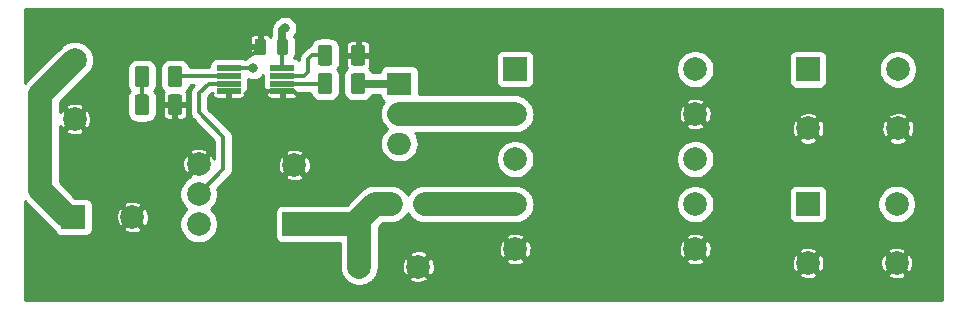
<source format=gbr>
G04 #@! TF.GenerationSoftware,KiCad,Pcbnew,5.1.5+dfsg1-2build2*
G04 #@! TF.CreationDate,2021-02-02T09:52:32+02:00*
G04 #@! TF.ProjectId,lm3488_dcdc,6c6d3334-3838-45f6-9463-64632e6b6963,rev?*
G04 #@! TF.SameCoordinates,Original*
G04 #@! TF.FileFunction,Copper,L1,Top*
G04 #@! TF.FilePolarity,Positive*
%FSLAX46Y46*%
G04 Gerber Fmt 4.6, Leading zero omitted, Abs format (unit mm)*
G04 Created by KiCad (PCBNEW 5.1.5+dfsg1-2build2) date 2021-02-02 09:52:32*
%MOMM*%
%LPD*%
G04 APERTURE LIST*
%ADD10C,0.100000*%
%ADD11R,2.000000X2.000000*%
%ADD12C,2.000000*%
%ADD13R,2.000000X1.905000*%
%ADD14O,2.000000X1.905000*%
%ADD15R,2.000000X0.500000*%
%ADD16R,1.300000X1.400000*%
%ADD17C,0.800000*%
%ADD18C,0.300000*%
%ADD19C,2.000000*%
%ADD20C,0.700000*%
%ADD21C,0.254000*%
G04 APERTURE END LIST*
G04 #@! TA.AperFunction,SMDPad,CuDef*
D10*
G36*
X25999504Y-22926204D02*
G01*
X26023773Y-22929804D01*
X26047571Y-22935765D01*
X26070671Y-22944030D01*
X26092849Y-22954520D01*
X26113893Y-22967133D01*
X26133598Y-22981747D01*
X26151777Y-22998223D01*
X26168253Y-23016402D01*
X26182867Y-23036107D01*
X26195480Y-23057151D01*
X26205970Y-23079329D01*
X26214235Y-23102429D01*
X26220196Y-23126227D01*
X26223796Y-23150496D01*
X26225000Y-23175000D01*
X26225000Y-24425000D01*
X26223796Y-24449504D01*
X26220196Y-24473773D01*
X26214235Y-24497571D01*
X26205970Y-24520671D01*
X26195480Y-24542849D01*
X26182867Y-24563893D01*
X26168253Y-24583598D01*
X26151777Y-24601777D01*
X26133598Y-24618253D01*
X26113893Y-24632867D01*
X26092849Y-24645480D01*
X26070671Y-24655970D01*
X26047571Y-24664235D01*
X26023773Y-24670196D01*
X25999504Y-24673796D01*
X25975000Y-24675000D01*
X25225000Y-24675000D01*
X25200496Y-24673796D01*
X25176227Y-24670196D01*
X25152429Y-24664235D01*
X25129329Y-24655970D01*
X25107151Y-24645480D01*
X25086107Y-24632867D01*
X25066402Y-24618253D01*
X25048223Y-24601777D01*
X25031747Y-24583598D01*
X25017133Y-24563893D01*
X25004520Y-24542849D01*
X24994030Y-24520671D01*
X24985765Y-24497571D01*
X24979804Y-24473773D01*
X24976204Y-24449504D01*
X24975000Y-24425000D01*
X24975000Y-23175000D01*
X24976204Y-23150496D01*
X24979804Y-23126227D01*
X24985765Y-23102429D01*
X24994030Y-23079329D01*
X25004520Y-23057151D01*
X25017133Y-23036107D01*
X25031747Y-23016402D01*
X25048223Y-22998223D01*
X25066402Y-22981747D01*
X25086107Y-22967133D01*
X25107151Y-22954520D01*
X25129329Y-22944030D01*
X25152429Y-22935765D01*
X25176227Y-22929804D01*
X25200496Y-22926204D01*
X25225000Y-22925000D01*
X25975000Y-22925000D01*
X25999504Y-22926204D01*
G37*
G04 #@! TD.AperFunction*
G04 #@! TA.AperFunction,SMDPad,CuDef*
G36*
X28799504Y-22926204D02*
G01*
X28823773Y-22929804D01*
X28847571Y-22935765D01*
X28870671Y-22944030D01*
X28892849Y-22954520D01*
X28913893Y-22967133D01*
X28933598Y-22981747D01*
X28951777Y-22998223D01*
X28968253Y-23016402D01*
X28982867Y-23036107D01*
X28995480Y-23057151D01*
X29005970Y-23079329D01*
X29014235Y-23102429D01*
X29020196Y-23126227D01*
X29023796Y-23150496D01*
X29025000Y-23175000D01*
X29025000Y-24425000D01*
X29023796Y-24449504D01*
X29020196Y-24473773D01*
X29014235Y-24497571D01*
X29005970Y-24520671D01*
X28995480Y-24542849D01*
X28982867Y-24563893D01*
X28968253Y-24583598D01*
X28951777Y-24601777D01*
X28933598Y-24618253D01*
X28913893Y-24632867D01*
X28892849Y-24645480D01*
X28870671Y-24655970D01*
X28847571Y-24664235D01*
X28823773Y-24670196D01*
X28799504Y-24673796D01*
X28775000Y-24675000D01*
X28025000Y-24675000D01*
X28000496Y-24673796D01*
X27976227Y-24670196D01*
X27952429Y-24664235D01*
X27929329Y-24655970D01*
X27907151Y-24645480D01*
X27886107Y-24632867D01*
X27866402Y-24618253D01*
X27848223Y-24601777D01*
X27831747Y-24583598D01*
X27817133Y-24563893D01*
X27804520Y-24542849D01*
X27794030Y-24520671D01*
X27785765Y-24497571D01*
X27779804Y-24473773D01*
X27776204Y-24449504D01*
X27775000Y-24425000D01*
X27775000Y-23175000D01*
X27776204Y-23150496D01*
X27779804Y-23126227D01*
X27785765Y-23102429D01*
X27794030Y-23079329D01*
X27804520Y-23057151D01*
X27817133Y-23036107D01*
X27831747Y-23016402D01*
X27848223Y-22998223D01*
X27866402Y-22981747D01*
X27886107Y-22967133D01*
X27907151Y-22954520D01*
X27929329Y-22944030D01*
X27952429Y-22935765D01*
X27976227Y-22929804D01*
X28000496Y-22926204D01*
X28025000Y-22925000D01*
X28775000Y-22925000D01*
X28799504Y-22926204D01*
G37*
G04 #@! TD.AperFunction*
G04 #@! TA.AperFunction,SMDPad,CuDef*
G36*
X35892642Y-18201174D02*
G01*
X35916303Y-18204684D01*
X35939507Y-18210496D01*
X35962029Y-18218554D01*
X35983653Y-18228782D01*
X36004170Y-18241079D01*
X36023383Y-18255329D01*
X36041107Y-18271393D01*
X36057171Y-18289117D01*
X36071421Y-18308330D01*
X36083718Y-18328847D01*
X36093946Y-18350471D01*
X36102004Y-18372993D01*
X36107816Y-18396197D01*
X36111326Y-18419858D01*
X36112500Y-18443750D01*
X36112500Y-19356250D01*
X36111326Y-19380142D01*
X36107816Y-19403803D01*
X36102004Y-19427007D01*
X36093946Y-19449529D01*
X36083718Y-19471153D01*
X36071421Y-19491670D01*
X36057171Y-19510883D01*
X36041107Y-19528607D01*
X36023383Y-19544671D01*
X36004170Y-19558921D01*
X35983653Y-19571218D01*
X35962029Y-19581446D01*
X35939507Y-19589504D01*
X35916303Y-19595316D01*
X35892642Y-19598826D01*
X35868750Y-19600000D01*
X35381250Y-19600000D01*
X35357358Y-19598826D01*
X35333697Y-19595316D01*
X35310493Y-19589504D01*
X35287971Y-19581446D01*
X35266347Y-19571218D01*
X35245830Y-19558921D01*
X35226617Y-19544671D01*
X35208893Y-19528607D01*
X35192829Y-19510883D01*
X35178579Y-19491670D01*
X35166282Y-19471153D01*
X35156054Y-19449529D01*
X35147996Y-19427007D01*
X35142184Y-19403803D01*
X35138674Y-19380142D01*
X35137500Y-19356250D01*
X35137500Y-18443750D01*
X35138674Y-18419858D01*
X35142184Y-18396197D01*
X35147996Y-18372993D01*
X35156054Y-18350471D01*
X35166282Y-18328847D01*
X35178579Y-18308330D01*
X35192829Y-18289117D01*
X35208893Y-18271393D01*
X35226617Y-18255329D01*
X35245830Y-18241079D01*
X35266347Y-18228782D01*
X35287971Y-18218554D01*
X35310493Y-18210496D01*
X35333697Y-18204684D01*
X35357358Y-18201174D01*
X35381250Y-18200000D01*
X35868750Y-18200000D01*
X35892642Y-18201174D01*
G37*
G04 #@! TD.AperFunction*
G04 #@! TA.AperFunction,SMDPad,CuDef*
G36*
X37767642Y-18201174D02*
G01*
X37791303Y-18204684D01*
X37814507Y-18210496D01*
X37837029Y-18218554D01*
X37858653Y-18228782D01*
X37879170Y-18241079D01*
X37898383Y-18255329D01*
X37916107Y-18271393D01*
X37932171Y-18289117D01*
X37946421Y-18308330D01*
X37958718Y-18328847D01*
X37968946Y-18350471D01*
X37977004Y-18372993D01*
X37982816Y-18396197D01*
X37986326Y-18419858D01*
X37987500Y-18443750D01*
X37987500Y-19356250D01*
X37986326Y-19380142D01*
X37982816Y-19403803D01*
X37977004Y-19427007D01*
X37968946Y-19449529D01*
X37958718Y-19471153D01*
X37946421Y-19491670D01*
X37932171Y-19510883D01*
X37916107Y-19528607D01*
X37898383Y-19544671D01*
X37879170Y-19558921D01*
X37858653Y-19571218D01*
X37837029Y-19581446D01*
X37814507Y-19589504D01*
X37791303Y-19595316D01*
X37767642Y-19598826D01*
X37743750Y-19600000D01*
X37256250Y-19600000D01*
X37232358Y-19598826D01*
X37208697Y-19595316D01*
X37185493Y-19589504D01*
X37162971Y-19581446D01*
X37141347Y-19571218D01*
X37120830Y-19558921D01*
X37101617Y-19544671D01*
X37083893Y-19528607D01*
X37067829Y-19510883D01*
X37053579Y-19491670D01*
X37041282Y-19471153D01*
X37031054Y-19449529D01*
X37022996Y-19427007D01*
X37017184Y-19403803D01*
X37013674Y-19380142D01*
X37012500Y-19356250D01*
X37012500Y-18443750D01*
X37013674Y-18419858D01*
X37017184Y-18396197D01*
X37022996Y-18372993D01*
X37031054Y-18350471D01*
X37041282Y-18328847D01*
X37053579Y-18308330D01*
X37067829Y-18289117D01*
X37083893Y-18271393D01*
X37101617Y-18255329D01*
X37120830Y-18241079D01*
X37141347Y-18228782D01*
X37162971Y-18218554D01*
X37185493Y-18210496D01*
X37208697Y-18204684D01*
X37232358Y-18201174D01*
X37256250Y-18200000D01*
X37743750Y-18200000D01*
X37767642Y-18201174D01*
G37*
G04 #@! TD.AperFunction*
D11*
X19800000Y-33300000D03*
D12*
X24800000Y-33300000D03*
D11*
X82000000Y-20800000D03*
D12*
X82000000Y-25800000D03*
X82000000Y-37200000D03*
D11*
X82000000Y-32200000D03*
D12*
X38500000Y-28900000D03*
D11*
X38500000Y-33900000D03*
D12*
X19900000Y-20000000D03*
X19900000Y-25000000D03*
X89600000Y-25800000D03*
X89600000Y-20800000D03*
X49000000Y-37500000D03*
X44000000Y-37500000D03*
X89500000Y-32200000D03*
X89500000Y-37200000D03*
D13*
X47400000Y-22000000D03*
D14*
X47400000Y-24540000D03*
X47400000Y-27080000D03*
G04 #@! TA.AperFunction,SMDPad,CuDef*
D10*
G36*
X28799504Y-20526204D02*
G01*
X28823773Y-20529804D01*
X28847571Y-20535765D01*
X28870671Y-20544030D01*
X28892849Y-20554520D01*
X28913893Y-20567133D01*
X28933598Y-20581747D01*
X28951777Y-20598223D01*
X28968253Y-20616402D01*
X28982867Y-20636107D01*
X28995480Y-20657151D01*
X29005970Y-20679329D01*
X29014235Y-20702429D01*
X29020196Y-20726227D01*
X29023796Y-20750496D01*
X29025000Y-20775000D01*
X29025000Y-22025000D01*
X29023796Y-22049504D01*
X29020196Y-22073773D01*
X29014235Y-22097571D01*
X29005970Y-22120671D01*
X28995480Y-22142849D01*
X28982867Y-22163893D01*
X28968253Y-22183598D01*
X28951777Y-22201777D01*
X28933598Y-22218253D01*
X28913893Y-22232867D01*
X28892849Y-22245480D01*
X28870671Y-22255970D01*
X28847571Y-22264235D01*
X28823773Y-22270196D01*
X28799504Y-22273796D01*
X28775000Y-22275000D01*
X28025000Y-22275000D01*
X28000496Y-22273796D01*
X27976227Y-22270196D01*
X27952429Y-22264235D01*
X27929329Y-22255970D01*
X27907151Y-22245480D01*
X27886107Y-22232867D01*
X27866402Y-22218253D01*
X27848223Y-22201777D01*
X27831747Y-22183598D01*
X27817133Y-22163893D01*
X27804520Y-22142849D01*
X27794030Y-22120671D01*
X27785765Y-22097571D01*
X27779804Y-22073773D01*
X27776204Y-22049504D01*
X27775000Y-22025000D01*
X27775000Y-20775000D01*
X27776204Y-20750496D01*
X27779804Y-20726227D01*
X27785765Y-20702429D01*
X27794030Y-20679329D01*
X27804520Y-20657151D01*
X27817133Y-20636107D01*
X27831747Y-20616402D01*
X27848223Y-20598223D01*
X27866402Y-20581747D01*
X27886107Y-20567133D01*
X27907151Y-20554520D01*
X27929329Y-20544030D01*
X27952429Y-20535765D01*
X27976227Y-20529804D01*
X28000496Y-20526204D01*
X28025000Y-20525000D01*
X28775000Y-20525000D01*
X28799504Y-20526204D01*
G37*
G04 #@! TD.AperFunction*
G04 #@! TA.AperFunction,SMDPad,CuDef*
G36*
X25999504Y-20526204D02*
G01*
X26023773Y-20529804D01*
X26047571Y-20535765D01*
X26070671Y-20544030D01*
X26092849Y-20554520D01*
X26113893Y-20567133D01*
X26133598Y-20581747D01*
X26151777Y-20598223D01*
X26168253Y-20616402D01*
X26182867Y-20636107D01*
X26195480Y-20657151D01*
X26205970Y-20679329D01*
X26214235Y-20702429D01*
X26220196Y-20726227D01*
X26223796Y-20750496D01*
X26225000Y-20775000D01*
X26225000Y-22025000D01*
X26223796Y-22049504D01*
X26220196Y-22073773D01*
X26214235Y-22097571D01*
X26205970Y-22120671D01*
X26195480Y-22142849D01*
X26182867Y-22163893D01*
X26168253Y-22183598D01*
X26151777Y-22201777D01*
X26133598Y-22218253D01*
X26113893Y-22232867D01*
X26092849Y-22245480D01*
X26070671Y-22255970D01*
X26047571Y-22264235D01*
X26023773Y-22270196D01*
X25999504Y-22273796D01*
X25975000Y-22275000D01*
X25225000Y-22275000D01*
X25200496Y-22273796D01*
X25176227Y-22270196D01*
X25152429Y-22264235D01*
X25129329Y-22255970D01*
X25107151Y-22245480D01*
X25086107Y-22232867D01*
X25066402Y-22218253D01*
X25048223Y-22201777D01*
X25031747Y-22183598D01*
X25017133Y-22163893D01*
X25004520Y-22142849D01*
X24994030Y-22120671D01*
X24985765Y-22097571D01*
X24979804Y-22073773D01*
X24976204Y-22049504D01*
X24975000Y-22025000D01*
X24975000Y-20775000D01*
X24976204Y-20750496D01*
X24979804Y-20726227D01*
X24985765Y-20702429D01*
X24994030Y-20679329D01*
X25004520Y-20657151D01*
X25017133Y-20636107D01*
X25031747Y-20616402D01*
X25048223Y-20598223D01*
X25066402Y-20581747D01*
X25086107Y-20567133D01*
X25107151Y-20554520D01*
X25129329Y-20544030D01*
X25152429Y-20535765D01*
X25176227Y-20529804D01*
X25200496Y-20526204D01*
X25225000Y-20525000D01*
X25975000Y-20525000D01*
X25999504Y-20526204D01*
G37*
G04 #@! TD.AperFunction*
G04 #@! TA.AperFunction,SMDPad,CuDef*
G36*
X41499504Y-18726204D02*
G01*
X41523773Y-18729804D01*
X41547571Y-18735765D01*
X41570671Y-18744030D01*
X41592849Y-18754520D01*
X41613893Y-18767133D01*
X41633598Y-18781747D01*
X41651777Y-18798223D01*
X41668253Y-18816402D01*
X41682867Y-18836107D01*
X41695480Y-18857151D01*
X41705970Y-18879329D01*
X41714235Y-18902429D01*
X41720196Y-18926227D01*
X41723796Y-18950496D01*
X41725000Y-18975000D01*
X41725000Y-20225000D01*
X41723796Y-20249504D01*
X41720196Y-20273773D01*
X41714235Y-20297571D01*
X41705970Y-20320671D01*
X41695480Y-20342849D01*
X41682867Y-20363893D01*
X41668253Y-20383598D01*
X41651777Y-20401777D01*
X41633598Y-20418253D01*
X41613893Y-20432867D01*
X41592849Y-20445480D01*
X41570671Y-20455970D01*
X41547571Y-20464235D01*
X41523773Y-20470196D01*
X41499504Y-20473796D01*
X41475000Y-20475000D01*
X40725000Y-20475000D01*
X40700496Y-20473796D01*
X40676227Y-20470196D01*
X40652429Y-20464235D01*
X40629329Y-20455970D01*
X40607151Y-20445480D01*
X40586107Y-20432867D01*
X40566402Y-20418253D01*
X40548223Y-20401777D01*
X40531747Y-20383598D01*
X40517133Y-20363893D01*
X40504520Y-20342849D01*
X40494030Y-20320671D01*
X40485765Y-20297571D01*
X40479804Y-20273773D01*
X40476204Y-20249504D01*
X40475000Y-20225000D01*
X40475000Y-18975000D01*
X40476204Y-18950496D01*
X40479804Y-18926227D01*
X40485765Y-18902429D01*
X40494030Y-18879329D01*
X40504520Y-18857151D01*
X40517133Y-18836107D01*
X40531747Y-18816402D01*
X40548223Y-18798223D01*
X40566402Y-18781747D01*
X40586107Y-18767133D01*
X40607151Y-18754520D01*
X40629329Y-18744030D01*
X40652429Y-18735765D01*
X40676227Y-18729804D01*
X40700496Y-18726204D01*
X40725000Y-18725000D01*
X41475000Y-18725000D01*
X41499504Y-18726204D01*
G37*
G04 #@! TD.AperFunction*
G04 #@! TA.AperFunction,SMDPad,CuDef*
G36*
X44299504Y-18726204D02*
G01*
X44323773Y-18729804D01*
X44347571Y-18735765D01*
X44370671Y-18744030D01*
X44392849Y-18754520D01*
X44413893Y-18767133D01*
X44433598Y-18781747D01*
X44451777Y-18798223D01*
X44468253Y-18816402D01*
X44482867Y-18836107D01*
X44495480Y-18857151D01*
X44505970Y-18879329D01*
X44514235Y-18902429D01*
X44520196Y-18926227D01*
X44523796Y-18950496D01*
X44525000Y-18975000D01*
X44525000Y-20225000D01*
X44523796Y-20249504D01*
X44520196Y-20273773D01*
X44514235Y-20297571D01*
X44505970Y-20320671D01*
X44495480Y-20342849D01*
X44482867Y-20363893D01*
X44468253Y-20383598D01*
X44451777Y-20401777D01*
X44433598Y-20418253D01*
X44413893Y-20432867D01*
X44392849Y-20445480D01*
X44370671Y-20455970D01*
X44347571Y-20464235D01*
X44323773Y-20470196D01*
X44299504Y-20473796D01*
X44275000Y-20475000D01*
X43525000Y-20475000D01*
X43500496Y-20473796D01*
X43476227Y-20470196D01*
X43452429Y-20464235D01*
X43429329Y-20455970D01*
X43407151Y-20445480D01*
X43386107Y-20432867D01*
X43366402Y-20418253D01*
X43348223Y-20401777D01*
X43331747Y-20383598D01*
X43317133Y-20363893D01*
X43304520Y-20342849D01*
X43294030Y-20320671D01*
X43285765Y-20297571D01*
X43279804Y-20273773D01*
X43276204Y-20249504D01*
X43275000Y-20225000D01*
X43275000Y-18975000D01*
X43276204Y-18950496D01*
X43279804Y-18926227D01*
X43285765Y-18902429D01*
X43294030Y-18879329D01*
X43304520Y-18857151D01*
X43317133Y-18836107D01*
X43331747Y-18816402D01*
X43348223Y-18798223D01*
X43366402Y-18781747D01*
X43386107Y-18767133D01*
X43407151Y-18754520D01*
X43429329Y-18744030D01*
X43452429Y-18735765D01*
X43476227Y-18729804D01*
X43500496Y-18726204D01*
X43525000Y-18725000D01*
X44275000Y-18725000D01*
X44299504Y-18726204D01*
G37*
G04 #@! TD.AperFunction*
G04 #@! TA.AperFunction,SMDPad,CuDef*
G36*
X44299504Y-21126204D02*
G01*
X44323773Y-21129804D01*
X44347571Y-21135765D01*
X44370671Y-21144030D01*
X44392849Y-21154520D01*
X44413893Y-21167133D01*
X44433598Y-21181747D01*
X44451777Y-21198223D01*
X44468253Y-21216402D01*
X44482867Y-21236107D01*
X44495480Y-21257151D01*
X44505970Y-21279329D01*
X44514235Y-21302429D01*
X44520196Y-21326227D01*
X44523796Y-21350496D01*
X44525000Y-21375000D01*
X44525000Y-22625000D01*
X44523796Y-22649504D01*
X44520196Y-22673773D01*
X44514235Y-22697571D01*
X44505970Y-22720671D01*
X44495480Y-22742849D01*
X44482867Y-22763893D01*
X44468253Y-22783598D01*
X44451777Y-22801777D01*
X44433598Y-22818253D01*
X44413893Y-22832867D01*
X44392849Y-22845480D01*
X44370671Y-22855970D01*
X44347571Y-22864235D01*
X44323773Y-22870196D01*
X44299504Y-22873796D01*
X44275000Y-22875000D01*
X43525000Y-22875000D01*
X43500496Y-22873796D01*
X43476227Y-22870196D01*
X43452429Y-22864235D01*
X43429329Y-22855970D01*
X43407151Y-22845480D01*
X43386107Y-22832867D01*
X43366402Y-22818253D01*
X43348223Y-22801777D01*
X43331747Y-22783598D01*
X43317133Y-22763893D01*
X43304520Y-22742849D01*
X43294030Y-22720671D01*
X43285765Y-22697571D01*
X43279804Y-22673773D01*
X43276204Y-22649504D01*
X43275000Y-22625000D01*
X43275000Y-21375000D01*
X43276204Y-21350496D01*
X43279804Y-21326227D01*
X43285765Y-21302429D01*
X43294030Y-21279329D01*
X43304520Y-21257151D01*
X43317133Y-21236107D01*
X43331747Y-21216402D01*
X43348223Y-21198223D01*
X43366402Y-21181747D01*
X43386107Y-21167133D01*
X43407151Y-21154520D01*
X43429329Y-21144030D01*
X43452429Y-21135765D01*
X43476227Y-21129804D01*
X43500496Y-21126204D01*
X43525000Y-21125000D01*
X44275000Y-21125000D01*
X44299504Y-21126204D01*
G37*
G04 #@! TD.AperFunction*
G04 #@! TA.AperFunction,SMDPad,CuDef*
G36*
X41499504Y-21126204D02*
G01*
X41523773Y-21129804D01*
X41547571Y-21135765D01*
X41570671Y-21144030D01*
X41592849Y-21154520D01*
X41613893Y-21167133D01*
X41633598Y-21181747D01*
X41651777Y-21198223D01*
X41668253Y-21216402D01*
X41682867Y-21236107D01*
X41695480Y-21257151D01*
X41705970Y-21279329D01*
X41714235Y-21302429D01*
X41720196Y-21326227D01*
X41723796Y-21350496D01*
X41725000Y-21375000D01*
X41725000Y-22625000D01*
X41723796Y-22649504D01*
X41720196Y-22673773D01*
X41714235Y-22697571D01*
X41705970Y-22720671D01*
X41695480Y-22742849D01*
X41682867Y-22763893D01*
X41668253Y-22783598D01*
X41651777Y-22801777D01*
X41633598Y-22818253D01*
X41613893Y-22832867D01*
X41592849Y-22845480D01*
X41570671Y-22855970D01*
X41547571Y-22864235D01*
X41523773Y-22870196D01*
X41499504Y-22873796D01*
X41475000Y-22875000D01*
X40725000Y-22875000D01*
X40700496Y-22873796D01*
X40676227Y-22870196D01*
X40652429Y-22864235D01*
X40629329Y-22855970D01*
X40607151Y-22845480D01*
X40586107Y-22832867D01*
X40566402Y-22818253D01*
X40548223Y-22801777D01*
X40531747Y-22783598D01*
X40517133Y-22763893D01*
X40504520Y-22742849D01*
X40494030Y-22720671D01*
X40485765Y-22697571D01*
X40479804Y-22673773D01*
X40476204Y-22649504D01*
X40475000Y-22625000D01*
X40475000Y-21375000D01*
X40476204Y-21350496D01*
X40479804Y-21326227D01*
X40485765Y-21302429D01*
X40494030Y-21279329D01*
X40504520Y-21257151D01*
X40517133Y-21236107D01*
X40531747Y-21216402D01*
X40548223Y-21198223D01*
X40566402Y-21181747D01*
X40586107Y-21167133D01*
X40607151Y-21154520D01*
X40629329Y-21144030D01*
X40652429Y-21135765D01*
X40676227Y-21129804D01*
X40700496Y-21126204D01*
X40725000Y-21125000D01*
X41475000Y-21125000D01*
X41499504Y-21126204D01*
G37*
G04 #@! TD.AperFunction*
D12*
X30400000Y-33900000D03*
X30400000Y-31360000D03*
X30400000Y-28820000D03*
D15*
X32950000Y-20700000D03*
X32950000Y-21350000D03*
X32950000Y-22000000D03*
X32950000Y-22650000D03*
X37500000Y-22650000D03*
X37500000Y-22000000D03*
X37500000Y-21350000D03*
X37500000Y-20700000D03*
D11*
X57200000Y-20780000D03*
D12*
X57200000Y-24590000D03*
X57200000Y-28400000D03*
X57200000Y-32210000D03*
X57200000Y-36020000D03*
X72440000Y-36020000D03*
X72440000Y-32210000D03*
X72440000Y-28400000D03*
X72440000Y-24590000D03*
X72440000Y-20780000D03*
D16*
X49550000Y-32200000D03*
X46650000Y-32200000D03*
D17*
X39100000Y-23300000D03*
X32900000Y-23700000D03*
X35750000Y-22650000D03*
X34300000Y-19500000D03*
X37700000Y-17300000D03*
X35000000Y-20700000D03*
D18*
X32950000Y-22000000D02*
X31250000Y-22000000D01*
X31250000Y-22000000D02*
X30450000Y-22800000D01*
X30450000Y-22800000D02*
X30450000Y-24450000D01*
X30450000Y-24450000D02*
X32500000Y-26500000D01*
X32500000Y-29260000D02*
X30400000Y-31360000D01*
X32500000Y-26500000D02*
X32500000Y-29260000D01*
X38450000Y-22650000D02*
X39100000Y-23300000D01*
X37500000Y-22650000D02*
X38450000Y-22650000D01*
X32950000Y-23650000D02*
X32900000Y-23700000D01*
X32950000Y-22650000D02*
X32950000Y-23650000D01*
X37500000Y-22650000D02*
X35750000Y-22650000D01*
X35025000Y-19500000D02*
X35625000Y-18900000D01*
X34300000Y-19500000D02*
X35025000Y-19500000D01*
X25600000Y-21400000D02*
X25600000Y-23800000D01*
X37500000Y-20700000D02*
X37500000Y-18900000D01*
D19*
X19800000Y-33300000D02*
X19300000Y-33300000D01*
X19300000Y-33300000D02*
X17000000Y-31000000D01*
X17000000Y-22900000D02*
X19900000Y-20000000D01*
X17000000Y-31000000D02*
X17000000Y-22900000D01*
D20*
X37500000Y-17500000D02*
X37700000Y-17300000D01*
X37500000Y-18900000D02*
X37500000Y-17500000D01*
D19*
X46650000Y-32200000D02*
X45300000Y-32200000D01*
X44000000Y-33500000D02*
X44000000Y-37500000D01*
X45300000Y-32200000D02*
X44000000Y-33500000D01*
X43600000Y-33900000D02*
X44000000Y-33500000D01*
X38500000Y-33900000D02*
X43600000Y-33900000D01*
X57150000Y-24540000D02*
X57200000Y-24590000D01*
X47400000Y-24540000D02*
X57150000Y-24540000D01*
X57190000Y-32200000D02*
X57200000Y-32210000D01*
X49550000Y-32200000D02*
X57190000Y-32200000D01*
D20*
X43900000Y-22000000D02*
X47400000Y-22000000D01*
D18*
X32950000Y-21350000D02*
X29550000Y-21350000D01*
X29500000Y-21400000D02*
X28400000Y-21400000D01*
X29550000Y-21350000D02*
X29500000Y-21400000D01*
X37500000Y-21350000D02*
X39350000Y-21350000D01*
X39350000Y-21350000D02*
X39700000Y-21000000D01*
X39700000Y-21000000D02*
X39700000Y-19900000D01*
X40000000Y-19600000D02*
X41100000Y-19600000D01*
X39700000Y-19900000D02*
X40000000Y-19600000D01*
X37500000Y-22000000D02*
X41100000Y-22000000D01*
X35000000Y-20700000D02*
X32950000Y-20700000D01*
D21*
G36*
X93340000Y-40340000D02*
G01*
X15660000Y-40340000D01*
X15660000Y-31944470D01*
X15838286Y-32161714D01*
X15900687Y-32212925D01*
X18087080Y-34399318D01*
X18138286Y-34461714D01*
X18201126Y-34513285D01*
X18210498Y-34544180D01*
X18269463Y-34654494D01*
X18348815Y-34751185D01*
X18445506Y-34830537D01*
X18555820Y-34889502D01*
X18675518Y-34925812D01*
X18800000Y-34938072D01*
X19250869Y-34938072D01*
X19299999Y-34942911D01*
X19349129Y-34938072D01*
X20800000Y-34938072D01*
X20924482Y-34925812D01*
X21044180Y-34889502D01*
X21154494Y-34830537D01*
X21251185Y-34751185D01*
X21330537Y-34654494D01*
X21389502Y-34544180D01*
X21425812Y-34424482D01*
X21438072Y-34300000D01*
X21438072Y-34299267D01*
X23980338Y-34299267D01*
X24090510Y-34492596D01*
X24336806Y-34608095D01*
X24600903Y-34673324D01*
X24872651Y-34685778D01*
X25141607Y-34644977D01*
X25397435Y-34552490D01*
X25509490Y-34492596D01*
X25619662Y-34299267D01*
X24800000Y-33479605D01*
X23980338Y-34299267D01*
X21438072Y-34299267D01*
X21438072Y-33372651D01*
X23414222Y-33372651D01*
X23455023Y-33641607D01*
X23547510Y-33897435D01*
X23607404Y-34009490D01*
X23800733Y-34119662D01*
X24620395Y-33300000D01*
X24979605Y-33300000D01*
X25799267Y-34119662D01*
X25992596Y-34009490D01*
X26108095Y-33763194D01*
X26173324Y-33499097D01*
X26185778Y-33227349D01*
X26144977Y-32958393D01*
X26052490Y-32702565D01*
X25992596Y-32590510D01*
X25799267Y-32480338D01*
X24979605Y-33300000D01*
X24620395Y-33300000D01*
X23800733Y-32480338D01*
X23607404Y-32590510D01*
X23491905Y-32836806D01*
X23426676Y-33100903D01*
X23414222Y-33372651D01*
X21438072Y-33372651D01*
X21438072Y-33349131D01*
X21442911Y-33300000D01*
X21438072Y-33250869D01*
X21438072Y-32300733D01*
X23980338Y-32300733D01*
X24800000Y-33120395D01*
X25619662Y-32300733D01*
X25509490Y-32107404D01*
X25263194Y-31991905D01*
X24999097Y-31926676D01*
X24727349Y-31914222D01*
X24458393Y-31955023D01*
X24202565Y-32047510D01*
X24090510Y-32107404D01*
X23980338Y-32300733D01*
X21438072Y-32300733D01*
X21438072Y-32300000D01*
X21425812Y-32175518D01*
X21389502Y-32055820D01*
X21330537Y-31945506D01*
X21251185Y-31848815D01*
X21154494Y-31769463D01*
X21044180Y-31710498D01*
X20924482Y-31674188D01*
X20800000Y-31661928D01*
X19974167Y-31661928D01*
X18635000Y-30322762D01*
X18635000Y-28892651D01*
X29014222Y-28892651D01*
X29055023Y-29161607D01*
X29147510Y-29417435D01*
X29207404Y-29529490D01*
X29400733Y-29639662D01*
X30220395Y-28820000D01*
X29400733Y-28000338D01*
X29207404Y-28110510D01*
X29091905Y-28356806D01*
X29026676Y-28620903D01*
X29014222Y-28892651D01*
X18635000Y-28892651D01*
X18635000Y-27820733D01*
X29580338Y-27820733D01*
X30400000Y-28640395D01*
X31219662Y-27820733D01*
X31109490Y-27627404D01*
X30863194Y-27511905D01*
X30599097Y-27446676D01*
X30327349Y-27434222D01*
X30058393Y-27475023D01*
X29802565Y-27567510D01*
X29690510Y-27627404D01*
X29580338Y-27820733D01*
X18635000Y-27820733D01*
X18635000Y-25999267D01*
X19080338Y-25999267D01*
X19190510Y-26192596D01*
X19436806Y-26308095D01*
X19700903Y-26373324D01*
X19972651Y-26385778D01*
X20241607Y-26344977D01*
X20497435Y-26252490D01*
X20609490Y-26192596D01*
X20719662Y-25999267D01*
X19900000Y-25179605D01*
X19080338Y-25999267D01*
X18635000Y-25999267D01*
X18635000Y-25562831D01*
X18647510Y-25597435D01*
X18707404Y-25709490D01*
X18900733Y-25819662D01*
X19720395Y-25000000D01*
X20079605Y-25000000D01*
X20899267Y-25819662D01*
X21092596Y-25709490D01*
X21208095Y-25463194D01*
X21273324Y-25199097D01*
X21285778Y-24927349D01*
X21244977Y-24658393D01*
X21152490Y-24402565D01*
X21092596Y-24290510D01*
X20899267Y-24180338D01*
X20079605Y-25000000D01*
X19720395Y-25000000D01*
X18900733Y-24180338D01*
X18707404Y-24290510D01*
X18635000Y-24444908D01*
X18635000Y-24000733D01*
X19080338Y-24000733D01*
X19900000Y-24820395D01*
X20719662Y-24000733D01*
X20609490Y-23807404D01*
X20363194Y-23691905D01*
X20099097Y-23626676D01*
X19827349Y-23614222D01*
X19558393Y-23655023D01*
X19302565Y-23747510D01*
X19190510Y-23807404D01*
X19080338Y-24000733D01*
X18635000Y-24000733D01*
X18635000Y-23577238D01*
X21112915Y-21099324D01*
X21169987Y-21042252D01*
X21214828Y-20975143D01*
X21266030Y-20912753D01*
X21304077Y-20841573D01*
X21348559Y-20775000D01*
X24336928Y-20775000D01*
X24336928Y-22025000D01*
X24353992Y-22198254D01*
X24404528Y-22364850D01*
X24486595Y-22518386D01*
X24553573Y-22600000D01*
X24486595Y-22681614D01*
X24404528Y-22835150D01*
X24353992Y-23001746D01*
X24336928Y-23175000D01*
X24336928Y-24425000D01*
X24353992Y-24598254D01*
X24404528Y-24764850D01*
X24486595Y-24918386D01*
X24597038Y-25052962D01*
X24731614Y-25163405D01*
X24885150Y-25245472D01*
X25051746Y-25296008D01*
X25225000Y-25313072D01*
X25975000Y-25313072D01*
X26148254Y-25296008D01*
X26314850Y-25245472D01*
X26468386Y-25163405D01*
X26602962Y-25052962D01*
X26713405Y-24918386D01*
X26795472Y-24764850D01*
X26822727Y-24675000D01*
X27392157Y-24675000D01*
X27399513Y-24749689D01*
X27421299Y-24821508D01*
X27456678Y-24887696D01*
X27504289Y-24945711D01*
X27562304Y-24993322D01*
X27628492Y-25028701D01*
X27700311Y-25050487D01*
X27775000Y-25057843D01*
X28177750Y-25056000D01*
X28273000Y-24960750D01*
X28273000Y-23927000D01*
X28527000Y-23927000D01*
X28527000Y-24960750D01*
X28622250Y-25056000D01*
X29025000Y-25057843D01*
X29099689Y-25050487D01*
X29171508Y-25028701D01*
X29237696Y-24993322D01*
X29295711Y-24945711D01*
X29343322Y-24887696D01*
X29378701Y-24821508D01*
X29400487Y-24749689D01*
X29407843Y-24675000D01*
X29406000Y-24022250D01*
X29310750Y-23927000D01*
X28527000Y-23927000D01*
X28273000Y-23927000D01*
X27489250Y-23927000D01*
X27394000Y-24022250D01*
X27392157Y-24675000D01*
X26822727Y-24675000D01*
X26846008Y-24598254D01*
X26863072Y-24425000D01*
X26863072Y-23175000D01*
X26846008Y-23001746D01*
X26795472Y-22835150D01*
X26713405Y-22681614D01*
X26646427Y-22600000D01*
X26713405Y-22518386D01*
X26795472Y-22364850D01*
X26846008Y-22198254D01*
X26863072Y-22025000D01*
X26863072Y-20775000D01*
X27136928Y-20775000D01*
X27136928Y-22025000D01*
X27153992Y-22198254D01*
X27204528Y-22364850D01*
X27286595Y-22518386D01*
X27397038Y-22652962D01*
X27461777Y-22706091D01*
X27456678Y-22712304D01*
X27421299Y-22778492D01*
X27399513Y-22850311D01*
X27392157Y-22925000D01*
X27394000Y-23577750D01*
X27489250Y-23673000D01*
X28273000Y-23673000D01*
X28273000Y-23653000D01*
X28527000Y-23653000D01*
X28527000Y-23673000D01*
X29310750Y-23673000D01*
X29406000Y-23577750D01*
X29407843Y-22925000D01*
X29400487Y-22850311D01*
X29378701Y-22778492D01*
X29343322Y-22712304D01*
X29338223Y-22706091D01*
X29402962Y-22652962D01*
X29513405Y-22518386D01*
X29595472Y-22364850D01*
X29646008Y-22198254D01*
X29648379Y-22174184D01*
X29653887Y-22173641D01*
X29781270Y-22135000D01*
X30004843Y-22135000D01*
X29922190Y-22217653D01*
X29892236Y-22242236D01*
X29794138Y-22361768D01*
X29721246Y-22498141D01*
X29676359Y-22646114D01*
X29665000Y-22761440D01*
X29665000Y-22761447D01*
X29661203Y-22800000D01*
X29665000Y-22838553D01*
X29665001Y-24411438D01*
X29661203Y-24450000D01*
X29676359Y-24603886D01*
X29721246Y-24751859D01*
X29741150Y-24789097D01*
X29794139Y-24888233D01*
X29826241Y-24927349D01*
X29867655Y-24977812D01*
X29867659Y-24977816D01*
X29892237Y-25007764D01*
X29922185Y-25032342D01*
X31715000Y-26825157D01*
X31715001Y-28395476D01*
X31652490Y-28222565D01*
X31592596Y-28110510D01*
X31399267Y-28000338D01*
X30579605Y-28820000D01*
X30593748Y-28834143D01*
X30414143Y-29013748D01*
X30400000Y-28999605D01*
X29580338Y-29819267D01*
X29631300Y-29908695D01*
X29625537Y-29911082D01*
X29357748Y-30090013D01*
X29130013Y-30317748D01*
X28951082Y-30585537D01*
X28827832Y-30883088D01*
X28765000Y-31198967D01*
X28765000Y-31521033D01*
X28827832Y-31836912D01*
X28951082Y-32134463D01*
X29130013Y-32402252D01*
X29357748Y-32629987D01*
X29357767Y-32630000D01*
X29357748Y-32630013D01*
X29130013Y-32857748D01*
X28951082Y-33125537D01*
X28827832Y-33423088D01*
X28765000Y-33738967D01*
X28765000Y-34061033D01*
X28827832Y-34376912D01*
X28951082Y-34674463D01*
X29130013Y-34942252D01*
X29357748Y-35169987D01*
X29625537Y-35348918D01*
X29923088Y-35472168D01*
X30238967Y-35535000D01*
X30561033Y-35535000D01*
X30876912Y-35472168D01*
X31174463Y-35348918D01*
X31442252Y-35169987D01*
X31669987Y-34942252D01*
X31848918Y-34674463D01*
X31972168Y-34376912D01*
X32035000Y-34061033D01*
X32035000Y-33900000D01*
X36857089Y-33900000D01*
X36861928Y-33949131D01*
X36861928Y-34900000D01*
X36874188Y-35024482D01*
X36910498Y-35144180D01*
X36969463Y-35254494D01*
X37048815Y-35351185D01*
X37145506Y-35430537D01*
X37255820Y-35489502D01*
X37375518Y-35525812D01*
X37500000Y-35538072D01*
X39500000Y-35538072D01*
X39531192Y-35535000D01*
X42365001Y-35535000D01*
X42365001Y-37338962D01*
X42365000Y-37338967D01*
X42365000Y-37661033D01*
X42380748Y-37740203D01*
X42388658Y-37820516D01*
X42412084Y-37897742D01*
X42427832Y-37976912D01*
X42458722Y-38051488D01*
X42482149Y-38128715D01*
X42520192Y-38199889D01*
X42551082Y-38274463D01*
X42595926Y-38341577D01*
X42633970Y-38412752D01*
X42685170Y-38475139D01*
X42730013Y-38542252D01*
X42787085Y-38599324D01*
X42838287Y-38661714D01*
X42900677Y-38712916D01*
X42957748Y-38769987D01*
X43024860Y-38814830D01*
X43087249Y-38866031D01*
X43158427Y-38904076D01*
X43225537Y-38948918D01*
X43300107Y-38979806D01*
X43371286Y-39017852D01*
X43448518Y-39041280D01*
X43523088Y-39072168D01*
X43602252Y-39087915D01*
X43679485Y-39111343D01*
X43759806Y-39119254D01*
X43838967Y-39135000D01*
X43919678Y-39135000D01*
X44000000Y-39142911D01*
X44080322Y-39135000D01*
X44161033Y-39135000D01*
X44240193Y-39119254D01*
X44320516Y-39111343D01*
X44397751Y-39087914D01*
X44476912Y-39072168D01*
X44551479Y-39041281D01*
X44628715Y-39017852D01*
X44699898Y-38979804D01*
X44774463Y-38948918D01*
X44841569Y-38904079D01*
X44912752Y-38866031D01*
X44975146Y-38814826D01*
X45042252Y-38769987D01*
X45099319Y-38712920D01*
X45161714Y-38661714D01*
X45212920Y-38599319D01*
X45269987Y-38542252D01*
X45298708Y-38499267D01*
X48180338Y-38499267D01*
X48290510Y-38692596D01*
X48536806Y-38808095D01*
X48800903Y-38873324D01*
X49072651Y-38885778D01*
X49341607Y-38844977D01*
X49597435Y-38752490D01*
X49709490Y-38692596D01*
X49819662Y-38499267D01*
X49000000Y-37679605D01*
X48180338Y-38499267D01*
X45298708Y-38499267D01*
X45314826Y-38475146D01*
X45366031Y-38412752D01*
X45404079Y-38341569D01*
X45448918Y-38274463D01*
X45479804Y-38199898D01*
X45517852Y-38128715D01*
X45541281Y-38051479D01*
X45572168Y-37976912D01*
X45587914Y-37897751D01*
X45611343Y-37820516D01*
X45619254Y-37740193D01*
X45635000Y-37661033D01*
X45635000Y-37572651D01*
X47614222Y-37572651D01*
X47655023Y-37841607D01*
X47747510Y-38097435D01*
X47807404Y-38209490D01*
X48000733Y-38319662D01*
X48820395Y-37500000D01*
X49179605Y-37500000D01*
X49999267Y-38319662D01*
X50192596Y-38209490D01*
X50197390Y-38199267D01*
X81180338Y-38199267D01*
X81290510Y-38392596D01*
X81536806Y-38508095D01*
X81800903Y-38573324D01*
X82072651Y-38585778D01*
X82341607Y-38544977D01*
X82597435Y-38452490D01*
X82709490Y-38392596D01*
X82819662Y-38199267D01*
X88680338Y-38199267D01*
X88790510Y-38392596D01*
X89036806Y-38508095D01*
X89300903Y-38573324D01*
X89572651Y-38585778D01*
X89841607Y-38544977D01*
X90097435Y-38452490D01*
X90209490Y-38392596D01*
X90319662Y-38199267D01*
X89500000Y-37379605D01*
X88680338Y-38199267D01*
X82819662Y-38199267D01*
X82000000Y-37379605D01*
X81180338Y-38199267D01*
X50197390Y-38199267D01*
X50308095Y-37963194D01*
X50373324Y-37699097D01*
X50385778Y-37427349D01*
X50344977Y-37158393D01*
X50294681Y-37019267D01*
X56380338Y-37019267D01*
X56490510Y-37212596D01*
X56736806Y-37328095D01*
X57000903Y-37393324D01*
X57272651Y-37405778D01*
X57541607Y-37364977D01*
X57797435Y-37272490D01*
X57909490Y-37212596D01*
X58019662Y-37019267D01*
X71620338Y-37019267D01*
X71730510Y-37212596D01*
X71976806Y-37328095D01*
X72240903Y-37393324D01*
X72512651Y-37405778D01*
X72781607Y-37364977D01*
X73036989Y-37272651D01*
X80614222Y-37272651D01*
X80655023Y-37541607D01*
X80747510Y-37797435D01*
X80807404Y-37909490D01*
X81000733Y-38019662D01*
X81820395Y-37200000D01*
X82179605Y-37200000D01*
X82999267Y-38019662D01*
X83192596Y-37909490D01*
X83308095Y-37663194D01*
X83373324Y-37399097D01*
X83379118Y-37272651D01*
X88114222Y-37272651D01*
X88155023Y-37541607D01*
X88247510Y-37797435D01*
X88307404Y-37909490D01*
X88500733Y-38019662D01*
X89320395Y-37200000D01*
X89679605Y-37200000D01*
X90499267Y-38019662D01*
X90692596Y-37909490D01*
X90808095Y-37663194D01*
X90873324Y-37399097D01*
X90885778Y-37127349D01*
X90844977Y-36858393D01*
X90752490Y-36602565D01*
X90692596Y-36490510D01*
X90499267Y-36380338D01*
X89679605Y-37200000D01*
X89320395Y-37200000D01*
X88500733Y-36380338D01*
X88307404Y-36490510D01*
X88191905Y-36736806D01*
X88126676Y-37000903D01*
X88114222Y-37272651D01*
X83379118Y-37272651D01*
X83385778Y-37127349D01*
X83344977Y-36858393D01*
X83252490Y-36602565D01*
X83192596Y-36490510D01*
X82999267Y-36380338D01*
X82179605Y-37200000D01*
X81820395Y-37200000D01*
X81000733Y-36380338D01*
X80807404Y-36490510D01*
X80691905Y-36736806D01*
X80626676Y-37000903D01*
X80614222Y-37272651D01*
X73036989Y-37272651D01*
X73037435Y-37272490D01*
X73149490Y-37212596D01*
X73259662Y-37019267D01*
X72440000Y-36199605D01*
X71620338Y-37019267D01*
X58019662Y-37019267D01*
X57200000Y-36199605D01*
X56380338Y-37019267D01*
X50294681Y-37019267D01*
X50252490Y-36902565D01*
X50192596Y-36790510D01*
X49999267Y-36680338D01*
X49179605Y-37500000D01*
X48820395Y-37500000D01*
X48000733Y-36680338D01*
X47807404Y-36790510D01*
X47691905Y-37036806D01*
X47626676Y-37300903D01*
X47614222Y-37572651D01*
X45635000Y-37572651D01*
X45635000Y-36500733D01*
X48180338Y-36500733D01*
X49000000Y-37320395D01*
X49819662Y-36500733D01*
X49709490Y-36307404D01*
X49463194Y-36191905D01*
X49199097Y-36126676D01*
X48927349Y-36114222D01*
X48658393Y-36155023D01*
X48402565Y-36247510D01*
X48290510Y-36307404D01*
X48180338Y-36500733D01*
X45635000Y-36500733D01*
X45635000Y-36092651D01*
X55814222Y-36092651D01*
X55855023Y-36361607D01*
X55947510Y-36617435D01*
X56007404Y-36729490D01*
X56200733Y-36839662D01*
X57020395Y-36020000D01*
X57379605Y-36020000D01*
X58199267Y-36839662D01*
X58392596Y-36729490D01*
X58508095Y-36483194D01*
X58573324Y-36219097D01*
X58579118Y-36092651D01*
X71054222Y-36092651D01*
X71095023Y-36361607D01*
X71187510Y-36617435D01*
X71247404Y-36729490D01*
X71440733Y-36839662D01*
X72260395Y-36020000D01*
X72619605Y-36020000D01*
X73439267Y-36839662D01*
X73632596Y-36729490D01*
X73748095Y-36483194D01*
X73813324Y-36219097D01*
X73814165Y-36200733D01*
X81180338Y-36200733D01*
X82000000Y-37020395D01*
X82819662Y-36200733D01*
X88680338Y-36200733D01*
X89500000Y-37020395D01*
X90319662Y-36200733D01*
X90209490Y-36007404D01*
X89963194Y-35891905D01*
X89699097Y-35826676D01*
X89427349Y-35814222D01*
X89158393Y-35855023D01*
X88902565Y-35947510D01*
X88790510Y-36007404D01*
X88680338Y-36200733D01*
X82819662Y-36200733D01*
X82709490Y-36007404D01*
X82463194Y-35891905D01*
X82199097Y-35826676D01*
X81927349Y-35814222D01*
X81658393Y-35855023D01*
X81402565Y-35947510D01*
X81290510Y-36007404D01*
X81180338Y-36200733D01*
X73814165Y-36200733D01*
X73825778Y-35947349D01*
X73784977Y-35678393D01*
X73692490Y-35422565D01*
X73632596Y-35310510D01*
X73439267Y-35200338D01*
X72619605Y-36020000D01*
X72260395Y-36020000D01*
X71440733Y-35200338D01*
X71247404Y-35310510D01*
X71131905Y-35556806D01*
X71066676Y-35820903D01*
X71054222Y-36092651D01*
X58579118Y-36092651D01*
X58585778Y-35947349D01*
X58544977Y-35678393D01*
X58452490Y-35422565D01*
X58392596Y-35310510D01*
X58199267Y-35200338D01*
X57379605Y-36020000D01*
X57020395Y-36020000D01*
X56200733Y-35200338D01*
X56007404Y-35310510D01*
X55891905Y-35556806D01*
X55826676Y-35820903D01*
X55814222Y-36092651D01*
X45635000Y-36092651D01*
X45635000Y-35020733D01*
X56380338Y-35020733D01*
X57200000Y-35840395D01*
X58019662Y-35020733D01*
X71620338Y-35020733D01*
X72440000Y-35840395D01*
X73259662Y-35020733D01*
X73149490Y-34827404D01*
X72903194Y-34711905D01*
X72639097Y-34646676D01*
X72367349Y-34634222D01*
X72098393Y-34675023D01*
X71842565Y-34767510D01*
X71730510Y-34827404D01*
X71620338Y-35020733D01*
X58019662Y-35020733D01*
X57909490Y-34827404D01*
X57663194Y-34711905D01*
X57399097Y-34646676D01*
X57127349Y-34634222D01*
X56858393Y-34675023D01*
X56602565Y-34767510D01*
X56490510Y-34827404D01*
X56380338Y-35020733D01*
X45635000Y-35020733D01*
X45635000Y-34177239D01*
X45977239Y-33835000D01*
X46730322Y-33835000D01*
X46970516Y-33811343D01*
X47278715Y-33717852D01*
X47562752Y-33566031D01*
X47811714Y-33361714D01*
X48016031Y-33112752D01*
X48100000Y-32955657D01*
X48183969Y-33112752D01*
X48388286Y-33361714D01*
X48637248Y-33566031D01*
X48921285Y-33717852D01*
X49229484Y-33811343D01*
X49469678Y-33835000D01*
X56988693Y-33835000D01*
X57038967Y-33845000D01*
X57119680Y-33845000D01*
X57199999Y-33852911D01*
X57280319Y-33845000D01*
X57361033Y-33845000D01*
X57440201Y-33829253D01*
X57520516Y-33821342D01*
X57597741Y-33797916D01*
X57676912Y-33782168D01*
X57751490Y-33751277D01*
X57828714Y-33727851D01*
X57899886Y-33689809D01*
X57974463Y-33658918D01*
X58041578Y-33614073D01*
X58112752Y-33576030D01*
X58175138Y-33524831D01*
X58242252Y-33479987D01*
X58299328Y-33422911D01*
X58361713Y-33371713D01*
X58412911Y-33309328D01*
X58469987Y-33252252D01*
X58514831Y-33185138D01*
X58566030Y-33122752D01*
X58604073Y-33051578D01*
X58648918Y-32984463D01*
X58679809Y-32909886D01*
X58717851Y-32838714D01*
X58741277Y-32761490D01*
X58772168Y-32686912D01*
X58787916Y-32607741D01*
X58811342Y-32530516D01*
X58819253Y-32450201D01*
X58835000Y-32371033D01*
X58835000Y-32290319D01*
X58842911Y-32209999D01*
X58835000Y-32129680D01*
X58835000Y-32048967D01*
X70805000Y-32048967D01*
X70805000Y-32371033D01*
X70867832Y-32686912D01*
X70991082Y-32984463D01*
X71170013Y-33252252D01*
X71397748Y-33479987D01*
X71665537Y-33658918D01*
X71963088Y-33782168D01*
X72278967Y-33845000D01*
X72601033Y-33845000D01*
X72916912Y-33782168D01*
X73214463Y-33658918D01*
X73482252Y-33479987D01*
X73709987Y-33252252D01*
X73888918Y-32984463D01*
X74012168Y-32686912D01*
X74075000Y-32371033D01*
X74075000Y-32048967D01*
X74012168Y-31733088D01*
X73888918Y-31435537D01*
X73731538Y-31200000D01*
X80361928Y-31200000D01*
X80361928Y-33200000D01*
X80374188Y-33324482D01*
X80410498Y-33444180D01*
X80469463Y-33554494D01*
X80548815Y-33651185D01*
X80645506Y-33730537D01*
X80755820Y-33789502D01*
X80875518Y-33825812D01*
X81000000Y-33838072D01*
X83000000Y-33838072D01*
X83124482Y-33825812D01*
X83244180Y-33789502D01*
X83354494Y-33730537D01*
X83451185Y-33651185D01*
X83530537Y-33554494D01*
X83589502Y-33444180D01*
X83625812Y-33324482D01*
X83638072Y-33200000D01*
X83638072Y-32038967D01*
X87865000Y-32038967D01*
X87865000Y-32361033D01*
X87927832Y-32676912D01*
X88051082Y-32974463D01*
X88230013Y-33242252D01*
X88457748Y-33469987D01*
X88725537Y-33648918D01*
X89023088Y-33772168D01*
X89338967Y-33835000D01*
X89661033Y-33835000D01*
X89976912Y-33772168D01*
X90274463Y-33648918D01*
X90542252Y-33469987D01*
X90769987Y-33242252D01*
X90948918Y-32974463D01*
X91072168Y-32676912D01*
X91135000Y-32361033D01*
X91135000Y-32038967D01*
X91072168Y-31723088D01*
X90948918Y-31425537D01*
X90769987Y-31157748D01*
X90542252Y-30930013D01*
X90274463Y-30751082D01*
X89976912Y-30627832D01*
X89661033Y-30565000D01*
X89338967Y-30565000D01*
X89023088Y-30627832D01*
X88725537Y-30751082D01*
X88457748Y-30930013D01*
X88230013Y-31157748D01*
X88051082Y-31425537D01*
X87927832Y-31723088D01*
X87865000Y-32038967D01*
X83638072Y-32038967D01*
X83638072Y-31200000D01*
X83625812Y-31075518D01*
X83589502Y-30955820D01*
X83530537Y-30845506D01*
X83451185Y-30748815D01*
X83354494Y-30669463D01*
X83244180Y-30610498D01*
X83124482Y-30574188D01*
X83000000Y-30561928D01*
X81000000Y-30561928D01*
X80875518Y-30574188D01*
X80755820Y-30610498D01*
X80645506Y-30669463D01*
X80548815Y-30748815D01*
X80469463Y-30845506D01*
X80410498Y-30955820D01*
X80374188Y-31075518D01*
X80361928Y-31200000D01*
X73731538Y-31200000D01*
X73709987Y-31167748D01*
X73482252Y-30940013D01*
X73214463Y-30761082D01*
X72916912Y-30637832D01*
X72601033Y-30575000D01*
X72278967Y-30575000D01*
X71963088Y-30637832D01*
X71665537Y-30761082D01*
X71397748Y-30940013D01*
X71170013Y-31167748D01*
X70991082Y-31435537D01*
X70867832Y-31733088D01*
X70805000Y-32048967D01*
X58835000Y-32048967D01*
X58819253Y-31969799D01*
X58811342Y-31889484D01*
X58787916Y-31812259D01*
X58772168Y-31733088D01*
X58741277Y-31658510D01*
X58717851Y-31581286D01*
X58679809Y-31510114D01*
X58648918Y-31435537D01*
X58604073Y-31368422D01*
X58566030Y-31297248D01*
X58514832Y-31234863D01*
X58469987Y-31167748D01*
X58402920Y-31100681D01*
X58351714Y-31038286D01*
X58289319Y-30987080D01*
X58242252Y-30940013D01*
X58186905Y-30903031D01*
X58102752Y-30833969D01*
X58006745Y-30782652D01*
X57974463Y-30761082D01*
X57938593Y-30746224D01*
X57818715Y-30682148D01*
X57688643Y-30642691D01*
X57676912Y-30637832D01*
X57664458Y-30635355D01*
X57510516Y-30588657D01*
X57270322Y-30565000D01*
X57270319Y-30565000D01*
X57190000Y-30557089D01*
X57109681Y-30565000D01*
X49469678Y-30565000D01*
X49229484Y-30588657D01*
X48921285Y-30682148D01*
X48637248Y-30833969D01*
X48388286Y-31038286D01*
X48183969Y-31287248D01*
X48100000Y-31444343D01*
X48016031Y-31287248D01*
X47811714Y-31038286D01*
X47562752Y-30833969D01*
X47278715Y-30682148D01*
X46970516Y-30588657D01*
X46730322Y-30565000D01*
X45380322Y-30565000D01*
X45300000Y-30557089D01*
X44979483Y-30588657D01*
X44850341Y-30627832D01*
X44671285Y-30682148D01*
X44387248Y-30833969D01*
X44138286Y-31038286D01*
X44087084Y-31100677D01*
X42922762Y-32265000D01*
X39531192Y-32265000D01*
X39500000Y-32261928D01*
X37500000Y-32261928D01*
X37375518Y-32274188D01*
X37255820Y-32310498D01*
X37145506Y-32369463D01*
X37048815Y-32448815D01*
X36969463Y-32545506D01*
X36910498Y-32655820D01*
X36874188Y-32775518D01*
X36861928Y-32900000D01*
X36861928Y-33850869D01*
X36857089Y-33900000D01*
X32035000Y-33900000D01*
X32035000Y-33738967D01*
X31972168Y-33423088D01*
X31848918Y-33125537D01*
X31669987Y-32857748D01*
X31442252Y-32630013D01*
X31442233Y-32630000D01*
X31442252Y-32629987D01*
X31669987Y-32402252D01*
X31848918Y-32134463D01*
X31972168Y-31836912D01*
X32035000Y-31521033D01*
X32035000Y-31198967D01*
X31974640Y-30895517D01*
X32970890Y-29899267D01*
X37680338Y-29899267D01*
X37790510Y-30092596D01*
X38036806Y-30208095D01*
X38300903Y-30273324D01*
X38572651Y-30285778D01*
X38841607Y-30244977D01*
X39097435Y-30152490D01*
X39209490Y-30092596D01*
X39319662Y-29899267D01*
X38500000Y-29079605D01*
X37680338Y-29899267D01*
X32970890Y-29899267D01*
X33027816Y-29842342D01*
X33057764Y-29817764D01*
X33155862Y-29698233D01*
X33228754Y-29561860D01*
X33273641Y-29413887D01*
X33285000Y-29298561D01*
X33285000Y-29298554D01*
X33288797Y-29260001D01*
X33285000Y-29221448D01*
X33285000Y-28972651D01*
X37114222Y-28972651D01*
X37155023Y-29241607D01*
X37247510Y-29497435D01*
X37307404Y-29609490D01*
X37500733Y-29719662D01*
X38320395Y-28900000D01*
X38679605Y-28900000D01*
X39499267Y-29719662D01*
X39692596Y-29609490D01*
X39808095Y-29363194D01*
X39873324Y-29099097D01*
X39885778Y-28827349D01*
X39844977Y-28558393D01*
X39752490Y-28302565D01*
X39692596Y-28190510D01*
X39499267Y-28080338D01*
X38679605Y-28900000D01*
X38320395Y-28900000D01*
X37500733Y-28080338D01*
X37307404Y-28190510D01*
X37191905Y-28436806D01*
X37126676Y-28700903D01*
X37114222Y-28972651D01*
X33285000Y-28972651D01*
X33285000Y-27900733D01*
X37680338Y-27900733D01*
X38500000Y-28720395D01*
X39319662Y-27900733D01*
X39209490Y-27707404D01*
X38963194Y-27591905D01*
X38699097Y-27526676D01*
X38427349Y-27514222D01*
X38158393Y-27555023D01*
X37902565Y-27647510D01*
X37790510Y-27707404D01*
X37680338Y-27900733D01*
X33285000Y-27900733D01*
X33285000Y-26538556D01*
X33288797Y-26500000D01*
X33285000Y-26461440D01*
X33285000Y-26461439D01*
X33277548Y-26385778D01*
X33273642Y-26346113D01*
X33228754Y-26198140D01*
X33225791Y-26192596D01*
X33155862Y-26061767D01*
X33057764Y-25942236D01*
X33027811Y-25917654D01*
X31235000Y-24124843D01*
X31235000Y-23125157D01*
X31575157Y-22785000D01*
X31603856Y-22785000D01*
X31635393Y-22801857D01*
X31569000Y-22868250D01*
X31567157Y-22900000D01*
X31574513Y-22974689D01*
X31596299Y-23046508D01*
X31631678Y-23112696D01*
X31679289Y-23170711D01*
X31737304Y-23218322D01*
X31803492Y-23253701D01*
X31875311Y-23275487D01*
X31950000Y-23282843D01*
X32727750Y-23281000D01*
X32823000Y-23185750D01*
X32823000Y-22888072D01*
X33077000Y-22888072D01*
X33077000Y-23185750D01*
X33172250Y-23281000D01*
X33950000Y-23282843D01*
X34024689Y-23275487D01*
X34096508Y-23253701D01*
X34162696Y-23218322D01*
X34220711Y-23170711D01*
X34268322Y-23112696D01*
X34303701Y-23046508D01*
X34325487Y-22974689D01*
X34332843Y-22900000D01*
X34331000Y-22868250D01*
X34264607Y-22801857D01*
X34304494Y-22780537D01*
X34308801Y-22777002D01*
X34331000Y-22777002D01*
X34331000Y-22758784D01*
X34401185Y-22701185D01*
X34480537Y-22604494D01*
X34539502Y-22494180D01*
X34575812Y-22374482D01*
X34588072Y-22250000D01*
X34588072Y-21750000D01*
X34580685Y-21675000D01*
X34583374Y-21647704D01*
X34698102Y-21695226D01*
X34898061Y-21735000D01*
X35101939Y-21735000D01*
X35301898Y-21695226D01*
X35490256Y-21617205D01*
X35659774Y-21503937D01*
X35803937Y-21359774D01*
X35861928Y-21272984D01*
X35861928Y-21600000D01*
X35869315Y-21675000D01*
X35861928Y-21750000D01*
X35861928Y-22250000D01*
X35874188Y-22374482D01*
X35910498Y-22494180D01*
X35969463Y-22604494D01*
X36048815Y-22701185D01*
X36119000Y-22758784D01*
X36119000Y-22777002D01*
X36141199Y-22777002D01*
X36145506Y-22780537D01*
X36185393Y-22801857D01*
X36119000Y-22868250D01*
X36117157Y-22900000D01*
X36124513Y-22974689D01*
X36146299Y-23046508D01*
X36181678Y-23112696D01*
X36229289Y-23170711D01*
X36287304Y-23218322D01*
X36353492Y-23253701D01*
X36425311Y-23275487D01*
X36500000Y-23282843D01*
X37277750Y-23281000D01*
X37373000Y-23185750D01*
X37373000Y-22888072D01*
X37627000Y-22888072D01*
X37627000Y-23185750D01*
X37722250Y-23281000D01*
X38500000Y-23282843D01*
X38574689Y-23275487D01*
X38646508Y-23253701D01*
X38712696Y-23218322D01*
X38770711Y-23170711D01*
X38818322Y-23112696D01*
X38853701Y-23046508D01*
X38875487Y-22974689D01*
X38882843Y-22900000D01*
X38881000Y-22868250D01*
X38814607Y-22801857D01*
X38846144Y-22785000D01*
X39852687Y-22785000D01*
X39853992Y-22798254D01*
X39904528Y-22964850D01*
X39986595Y-23118386D01*
X40097038Y-23252962D01*
X40231614Y-23363405D01*
X40385150Y-23445472D01*
X40551746Y-23496008D01*
X40725000Y-23513072D01*
X41475000Y-23513072D01*
X41648254Y-23496008D01*
X41814850Y-23445472D01*
X41968386Y-23363405D01*
X42102962Y-23252962D01*
X42213405Y-23118386D01*
X42295472Y-22964850D01*
X42346008Y-22798254D01*
X42363072Y-22625000D01*
X42363072Y-21375000D01*
X42636928Y-21375000D01*
X42636928Y-22625000D01*
X42653992Y-22798254D01*
X42704528Y-22964850D01*
X42786595Y-23118386D01*
X42897038Y-23252962D01*
X43031614Y-23363405D01*
X43185150Y-23445472D01*
X43351746Y-23496008D01*
X43525000Y-23513072D01*
X44275000Y-23513072D01*
X44448254Y-23496008D01*
X44614850Y-23445472D01*
X44768386Y-23363405D01*
X44902962Y-23252962D01*
X45013405Y-23118386D01*
X45084702Y-22985000D01*
X45765129Y-22985000D01*
X45774188Y-23076982D01*
X45810498Y-23196680D01*
X45869463Y-23306994D01*
X45948815Y-23403685D01*
X46045506Y-23483037D01*
X46119751Y-23522722D01*
X46033969Y-23627248D01*
X45882148Y-23911285D01*
X45788657Y-24219484D01*
X45757089Y-24540000D01*
X45788657Y-24860516D01*
X45882148Y-25168715D01*
X46033969Y-25452752D01*
X46238286Y-25701714D01*
X46383921Y-25821233D01*
X46224537Y-25952037D01*
X46026155Y-26193765D01*
X45878745Y-26469551D01*
X45787970Y-26768796D01*
X45757319Y-27080000D01*
X45787970Y-27391204D01*
X45878745Y-27690449D01*
X46026155Y-27966235D01*
X46224537Y-28207963D01*
X46466265Y-28406345D01*
X46742051Y-28553755D01*
X47041296Y-28644530D01*
X47274514Y-28667500D01*
X47525486Y-28667500D01*
X47758704Y-28644530D01*
X48057949Y-28553755D01*
X48333735Y-28406345D01*
X48537684Y-28238967D01*
X55565000Y-28238967D01*
X55565000Y-28561033D01*
X55627832Y-28876912D01*
X55751082Y-29174463D01*
X55930013Y-29442252D01*
X56157748Y-29669987D01*
X56425537Y-29848918D01*
X56723088Y-29972168D01*
X57038967Y-30035000D01*
X57361033Y-30035000D01*
X57676912Y-29972168D01*
X57974463Y-29848918D01*
X58242252Y-29669987D01*
X58469987Y-29442252D01*
X58648918Y-29174463D01*
X58772168Y-28876912D01*
X58835000Y-28561033D01*
X58835000Y-28238967D01*
X70805000Y-28238967D01*
X70805000Y-28561033D01*
X70867832Y-28876912D01*
X70991082Y-29174463D01*
X71170013Y-29442252D01*
X71397748Y-29669987D01*
X71665537Y-29848918D01*
X71963088Y-29972168D01*
X72278967Y-30035000D01*
X72601033Y-30035000D01*
X72916912Y-29972168D01*
X73214463Y-29848918D01*
X73482252Y-29669987D01*
X73709987Y-29442252D01*
X73888918Y-29174463D01*
X74012168Y-28876912D01*
X74075000Y-28561033D01*
X74075000Y-28238967D01*
X74012168Y-27923088D01*
X73888918Y-27625537D01*
X73709987Y-27357748D01*
X73482252Y-27130013D01*
X73214463Y-26951082D01*
X72916912Y-26827832D01*
X72773306Y-26799267D01*
X81180338Y-26799267D01*
X81290510Y-26992596D01*
X81536806Y-27108095D01*
X81800903Y-27173324D01*
X82072651Y-27185778D01*
X82341607Y-27144977D01*
X82597435Y-27052490D01*
X82709490Y-26992596D01*
X82819662Y-26799267D01*
X88780338Y-26799267D01*
X88890510Y-26992596D01*
X89136806Y-27108095D01*
X89400903Y-27173324D01*
X89672651Y-27185778D01*
X89941607Y-27144977D01*
X90197435Y-27052490D01*
X90309490Y-26992596D01*
X90419662Y-26799267D01*
X89600000Y-25979605D01*
X88780338Y-26799267D01*
X82819662Y-26799267D01*
X82000000Y-25979605D01*
X81180338Y-26799267D01*
X72773306Y-26799267D01*
X72601033Y-26765000D01*
X72278967Y-26765000D01*
X71963088Y-26827832D01*
X71665537Y-26951082D01*
X71397748Y-27130013D01*
X71170013Y-27357748D01*
X70991082Y-27625537D01*
X70867832Y-27923088D01*
X70805000Y-28238967D01*
X58835000Y-28238967D01*
X58772168Y-27923088D01*
X58648918Y-27625537D01*
X58469987Y-27357748D01*
X58242252Y-27130013D01*
X57974463Y-26951082D01*
X57676912Y-26827832D01*
X57361033Y-26765000D01*
X57038967Y-26765000D01*
X56723088Y-26827832D01*
X56425537Y-26951082D01*
X56157748Y-27130013D01*
X55930013Y-27357748D01*
X55751082Y-27625537D01*
X55627832Y-27923088D01*
X55565000Y-28238967D01*
X48537684Y-28238967D01*
X48575463Y-28207963D01*
X48773845Y-27966235D01*
X48921255Y-27690449D01*
X49012030Y-27391204D01*
X49042681Y-27080000D01*
X49012030Y-26768796D01*
X48921255Y-26469551D01*
X48773845Y-26193765D01*
X48758445Y-26175000D01*
X56787599Y-26175000D01*
X56802250Y-26177914D01*
X56879484Y-26201343D01*
X56959807Y-26209254D01*
X57038967Y-26225000D01*
X57119678Y-26225000D01*
X57200000Y-26232911D01*
X57280322Y-26225000D01*
X57361033Y-26225000D01*
X57440193Y-26209254D01*
X57520516Y-26201343D01*
X57597751Y-26177914D01*
X57676912Y-26162168D01*
X57751479Y-26131281D01*
X57828715Y-26107852D01*
X57899896Y-26069805D01*
X57974463Y-26038918D01*
X58041575Y-25994075D01*
X58112752Y-25956030D01*
X58175138Y-25904831D01*
X58242252Y-25859987D01*
X58299328Y-25802911D01*
X58361713Y-25751713D01*
X58412911Y-25689328D01*
X58469987Y-25632252D01*
X58498708Y-25589267D01*
X71620338Y-25589267D01*
X71730510Y-25782596D01*
X71976806Y-25898095D01*
X72240903Y-25963324D01*
X72512651Y-25975778D01*
X72781607Y-25934977D01*
X72954006Y-25872651D01*
X80614222Y-25872651D01*
X80655023Y-26141607D01*
X80747510Y-26397435D01*
X80807404Y-26509490D01*
X81000733Y-26619662D01*
X81820395Y-25800000D01*
X82179605Y-25800000D01*
X82999267Y-26619662D01*
X83192596Y-26509490D01*
X83308095Y-26263194D01*
X83373324Y-25999097D01*
X83379118Y-25872651D01*
X88214222Y-25872651D01*
X88255023Y-26141607D01*
X88347510Y-26397435D01*
X88407404Y-26509490D01*
X88600733Y-26619662D01*
X89420395Y-25800000D01*
X89779605Y-25800000D01*
X90599267Y-26619662D01*
X90792596Y-26509490D01*
X90908095Y-26263194D01*
X90973324Y-25999097D01*
X90985778Y-25727349D01*
X90944977Y-25458393D01*
X90852490Y-25202565D01*
X90792596Y-25090510D01*
X90599267Y-24980338D01*
X89779605Y-25800000D01*
X89420395Y-25800000D01*
X88600733Y-24980338D01*
X88407404Y-25090510D01*
X88291905Y-25336806D01*
X88226676Y-25600903D01*
X88214222Y-25872651D01*
X83379118Y-25872651D01*
X83385778Y-25727349D01*
X83344977Y-25458393D01*
X83252490Y-25202565D01*
X83192596Y-25090510D01*
X82999267Y-24980338D01*
X82179605Y-25800000D01*
X81820395Y-25800000D01*
X81000733Y-24980338D01*
X80807404Y-25090510D01*
X80691905Y-25336806D01*
X80626676Y-25600903D01*
X80614222Y-25872651D01*
X72954006Y-25872651D01*
X73037435Y-25842490D01*
X73149490Y-25782596D01*
X73259662Y-25589267D01*
X72440000Y-24769605D01*
X71620338Y-25589267D01*
X58498708Y-25589267D01*
X58514831Y-25565138D01*
X58566030Y-25502752D01*
X58604075Y-25431575D01*
X58648918Y-25364463D01*
X58679805Y-25289896D01*
X58717852Y-25218715D01*
X58741281Y-25141479D01*
X58772168Y-25066912D01*
X58787914Y-24987751D01*
X58811343Y-24910516D01*
X58819254Y-24830193D01*
X58835000Y-24751033D01*
X58835000Y-24670322D01*
X58835755Y-24662651D01*
X71054222Y-24662651D01*
X71095023Y-24931607D01*
X71187510Y-25187435D01*
X71247404Y-25299490D01*
X71440733Y-25409662D01*
X72260395Y-24590000D01*
X72619605Y-24590000D01*
X73439267Y-25409662D01*
X73632596Y-25299490D01*
X73748095Y-25053194D01*
X73810450Y-24800733D01*
X81180338Y-24800733D01*
X82000000Y-25620395D01*
X82819662Y-24800733D01*
X88780338Y-24800733D01*
X89600000Y-25620395D01*
X90419662Y-24800733D01*
X90309490Y-24607404D01*
X90063194Y-24491905D01*
X89799097Y-24426676D01*
X89527349Y-24414222D01*
X89258393Y-24455023D01*
X89002565Y-24547510D01*
X88890510Y-24607404D01*
X88780338Y-24800733D01*
X82819662Y-24800733D01*
X82709490Y-24607404D01*
X82463194Y-24491905D01*
X82199097Y-24426676D01*
X81927349Y-24414222D01*
X81658393Y-24455023D01*
X81402565Y-24547510D01*
X81290510Y-24607404D01*
X81180338Y-24800733D01*
X73810450Y-24800733D01*
X73813324Y-24789097D01*
X73825778Y-24517349D01*
X73784977Y-24248393D01*
X73692490Y-23992565D01*
X73632596Y-23880510D01*
X73439267Y-23770338D01*
X72619605Y-24590000D01*
X72260395Y-24590000D01*
X71440733Y-23770338D01*
X71247404Y-23880510D01*
X71131905Y-24126806D01*
X71066676Y-24390903D01*
X71054222Y-24662651D01*
X58835755Y-24662651D01*
X58842911Y-24590000D01*
X58835000Y-24509678D01*
X58835000Y-24428967D01*
X58819254Y-24349807D01*
X58811343Y-24269484D01*
X58787914Y-24192250D01*
X58772168Y-24113088D01*
X58741280Y-24038519D01*
X58717852Y-23961286D01*
X58679806Y-23890108D01*
X58648918Y-23815537D01*
X58604074Y-23748424D01*
X58566030Y-23677248D01*
X58514830Y-23614860D01*
X58498709Y-23590733D01*
X71620338Y-23590733D01*
X72440000Y-24410395D01*
X73259662Y-23590733D01*
X73149490Y-23397404D01*
X72903194Y-23281905D01*
X72639097Y-23216676D01*
X72367349Y-23204222D01*
X72098393Y-23245023D01*
X71842565Y-23337510D01*
X71730510Y-23397404D01*
X71620338Y-23590733D01*
X58498709Y-23590733D01*
X58469987Y-23547748D01*
X58362920Y-23440681D01*
X58311714Y-23378286D01*
X58249319Y-23327080D01*
X58242252Y-23320013D01*
X58233942Y-23314460D01*
X58062752Y-23173969D01*
X57778715Y-23022148D01*
X57470516Y-22928657D01*
X57230322Y-22905000D01*
X57230319Y-22905000D01*
X57150000Y-22897089D01*
X57069681Y-22905000D01*
X49038072Y-22905000D01*
X49038072Y-21047500D01*
X49025812Y-20923018D01*
X48989502Y-20803320D01*
X48930537Y-20693006D01*
X48851185Y-20596315D01*
X48754494Y-20516963D01*
X48644180Y-20457998D01*
X48524482Y-20421688D01*
X48400000Y-20409428D01*
X46400000Y-20409428D01*
X46275518Y-20421688D01*
X46155820Y-20457998D01*
X46045506Y-20516963D01*
X45948815Y-20596315D01*
X45869463Y-20693006D01*
X45810498Y-20803320D01*
X45774188Y-20923018D01*
X45765129Y-21015000D01*
X45084702Y-21015000D01*
X45013405Y-20881614D01*
X44902962Y-20747038D01*
X44838223Y-20693909D01*
X44843322Y-20687696D01*
X44878701Y-20621508D01*
X44900487Y-20549689D01*
X44907843Y-20475000D01*
X44906000Y-19822250D01*
X44863750Y-19780000D01*
X55561928Y-19780000D01*
X55561928Y-21780000D01*
X55574188Y-21904482D01*
X55610498Y-22024180D01*
X55669463Y-22134494D01*
X55748815Y-22231185D01*
X55845506Y-22310537D01*
X55955820Y-22369502D01*
X56075518Y-22405812D01*
X56200000Y-22418072D01*
X58200000Y-22418072D01*
X58324482Y-22405812D01*
X58444180Y-22369502D01*
X58554494Y-22310537D01*
X58651185Y-22231185D01*
X58730537Y-22134494D01*
X58789502Y-22024180D01*
X58825812Y-21904482D01*
X58838072Y-21780000D01*
X58838072Y-20618967D01*
X70805000Y-20618967D01*
X70805000Y-20941033D01*
X70867832Y-21256912D01*
X70991082Y-21554463D01*
X71170013Y-21822252D01*
X71397748Y-22049987D01*
X71665537Y-22228918D01*
X71963088Y-22352168D01*
X72278967Y-22415000D01*
X72601033Y-22415000D01*
X72916912Y-22352168D01*
X73214463Y-22228918D01*
X73482252Y-22049987D01*
X73709987Y-21822252D01*
X73888918Y-21554463D01*
X74012168Y-21256912D01*
X74075000Y-20941033D01*
X74075000Y-20618967D01*
X74012168Y-20303088D01*
X73888918Y-20005537D01*
X73751583Y-19800000D01*
X80361928Y-19800000D01*
X80361928Y-21800000D01*
X80374188Y-21924482D01*
X80410498Y-22044180D01*
X80469463Y-22154494D01*
X80548815Y-22251185D01*
X80645506Y-22330537D01*
X80755820Y-22389502D01*
X80875518Y-22425812D01*
X81000000Y-22438072D01*
X83000000Y-22438072D01*
X83124482Y-22425812D01*
X83244180Y-22389502D01*
X83354494Y-22330537D01*
X83451185Y-22251185D01*
X83530537Y-22154494D01*
X83589502Y-22044180D01*
X83625812Y-21924482D01*
X83638072Y-21800000D01*
X83638072Y-20638967D01*
X87965000Y-20638967D01*
X87965000Y-20961033D01*
X88027832Y-21276912D01*
X88151082Y-21574463D01*
X88330013Y-21842252D01*
X88557748Y-22069987D01*
X88825537Y-22248918D01*
X89123088Y-22372168D01*
X89438967Y-22435000D01*
X89761033Y-22435000D01*
X90076912Y-22372168D01*
X90374463Y-22248918D01*
X90642252Y-22069987D01*
X90869987Y-21842252D01*
X91048918Y-21574463D01*
X91172168Y-21276912D01*
X91235000Y-20961033D01*
X91235000Y-20638967D01*
X91172168Y-20323088D01*
X91048918Y-20025537D01*
X90869987Y-19757748D01*
X90642252Y-19530013D01*
X90374463Y-19351082D01*
X90076912Y-19227832D01*
X89761033Y-19165000D01*
X89438967Y-19165000D01*
X89123088Y-19227832D01*
X88825537Y-19351082D01*
X88557748Y-19530013D01*
X88330013Y-19757748D01*
X88151082Y-20025537D01*
X88027832Y-20323088D01*
X87965000Y-20638967D01*
X83638072Y-20638967D01*
X83638072Y-19800000D01*
X83625812Y-19675518D01*
X83589502Y-19555820D01*
X83530537Y-19445506D01*
X83451185Y-19348815D01*
X83354494Y-19269463D01*
X83244180Y-19210498D01*
X83124482Y-19174188D01*
X83000000Y-19161928D01*
X81000000Y-19161928D01*
X80875518Y-19174188D01*
X80755820Y-19210498D01*
X80645506Y-19269463D01*
X80548815Y-19348815D01*
X80469463Y-19445506D01*
X80410498Y-19555820D01*
X80374188Y-19675518D01*
X80361928Y-19800000D01*
X73751583Y-19800000D01*
X73709987Y-19737748D01*
X73482252Y-19510013D01*
X73214463Y-19331082D01*
X72916912Y-19207832D01*
X72601033Y-19145000D01*
X72278967Y-19145000D01*
X71963088Y-19207832D01*
X71665537Y-19331082D01*
X71397748Y-19510013D01*
X71170013Y-19737748D01*
X70991082Y-20005537D01*
X70867832Y-20303088D01*
X70805000Y-20618967D01*
X58838072Y-20618967D01*
X58838072Y-19780000D01*
X58825812Y-19655518D01*
X58789502Y-19535820D01*
X58730537Y-19425506D01*
X58651185Y-19328815D01*
X58554494Y-19249463D01*
X58444180Y-19190498D01*
X58324482Y-19154188D01*
X58200000Y-19141928D01*
X56200000Y-19141928D01*
X56075518Y-19154188D01*
X55955820Y-19190498D01*
X55845506Y-19249463D01*
X55748815Y-19328815D01*
X55669463Y-19425506D01*
X55610498Y-19535820D01*
X55574188Y-19655518D01*
X55561928Y-19780000D01*
X44863750Y-19780000D01*
X44810750Y-19727000D01*
X44027000Y-19727000D01*
X44027000Y-19747000D01*
X43773000Y-19747000D01*
X43773000Y-19727000D01*
X42989250Y-19727000D01*
X42894000Y-19822250D01*
X42892157Y-20475000D01*
X42899513Y-20549689D01*
X42921299Y-20621508D01*
X42956678Y-20687696D01*
X42961777Y-20693909D01*
X42897038Y-20747038D01*
X42786595Y-20881614D01*
X42704528Y-21035150D01*
X42653992Y-21201746D01*
X42636928Y-21375000D01*
X42363072Y-21375000D01*
X42346008Y-21201746D01*
X42295472Y-21035150D01*
X42213405Y-20881614D01*
X42146427Y-20800000D01*
X42213405Y-20718386D01*
X42295472Y-20564850D01*
X42346008Y-20398254D01*
X42363072Y-20225000D01*
X42363072Y-18975000D01*
X42346008Y-18801746D01*
X42322728Y-18725000D01*
X42892157Y-18725000D01*
X42894000Y-19377750D01*
X42989250Y-19473000D01*
X43773000Y-19473000D01*
X43773000Y-18439250D01*
X44027000Y-18439250D01*
X44027000Y-19473000D01*
X44810750Y-19473000D01*
X44906000Y-19377750D01*
X44907843Y-18725000D01*
X44900487Y-18650311D01*
X44878701Y-18578492D01*
X44843322Y-18512304D01*
X44795711Y-18454289D01*
X44737696Y-18406678D01*
X44671508Y-18371299D01*
X44599689Y-18349513D01*
X44525000Y-18342157D01*
X44122250Y-18344000D01*
X44027000Y-18439250D01*
X43773000Y-18439250D01*
X43677750Y-18344000D01*
X43275000Y-18342157D01*
X43200311Y-18349513D01*
X43128492Y-18371299D01*
X43062304Y-18406678D01*
X43004289Y-18454289D01*
X42956678Y-18512304D01*
X42921299Y-18578492D01*
X42899513Y-18650311D01*
X42892157Y-18725000D01*
X42322728Y-18725000D01*
X42295472Y-18635150D01*
X42213405Y-18481614D01*
X42102962Y-18347038D01*
X41968386Y-18236595D01*
X41814850Y-18154528D01*
X41648254Y-18103992D01*
X41475000Y-18086928D01*
X40725000Y-18086928D01*
X40551746Y-18103992D01*
X40385150Y-18154528D01*
X40231614Y-18236595D01*
X40097038Y-18347038D01*
X39986595Y-18481614D01*
X39904528Y-18635150D01*
X39853992Y-18801746D01*
X39851621Y-18825816D01*
X39846113Y-18826359D01*
X39698140Y-18871246D01*
X39561767Y-18944138D01*
X39442236Y-19042236D01*
X39417653Y-19072190D01*
X39172185Y-19317658D01*
X39142237Y-19342236D01*
X39117659Y-19372184D01*
X39117655Y-19372188D01*
X39084690Y-19412356D01*
X39044139Y-19461767D01*
X39038135Y-19473000D01*
X38971246Y-19598141D01*
X38926359Y-19746114D01*
X38911203Y-19900000D01*
X38915001Y-19938562D01*
X38915001Y-19969120D01*
X38854494Y-19919463D01*
X38744180Y-19860498D01*
X38624482Y-19824188D01*
X38500000Y-19811928D01*
X38495258Y-19811928D01*
X38558447Y-19693709D01*
X38608628Y-19528285D01*
X38625572Y-19356250D01*
X38625572Y-18443750D01*
X38608628Y-18271715D01*
X38558447Y-18106291D01*
X38488424Y-17975287D01*
X38503937Y-17959774D01*
X38617205Y-17790256D01*
X38695226Y-17601898D01*
X38735000Y-17401939D01*
X38735000Y-17198061D01*
X38695226Y-16998102D01*
X38617205Y-16809744D01*
X38503937Y-16640226D01*
X38359774Y-16496063D01*
X38190256Y-16382795D01*
X38001898Y-16304774D01*
X37801939Y-16265000D01*
X37598061Y-16265000D01*
X37398102Y-16304774D01*
X37209744Y-16382795D01*
X37040226Y-16496063D01*
X36896063Y-16640226D01*
X36782795Y-16809744D01*
X36773169Y-16832984D01*
X36677041Y-16950116D01*
X36651392Y-16998102D01*
X36585576Y-17121234D01*
X36529253Y-17306907D01*
X36510235Y-17500000D01*
X36515001Y-17548389D01*
X36515001Y-17968880D01*
X36467495Y-18057757D01*
X36466201Y-18053492D01*
X36430822Y-17987304D01*
X36383211Y-17929289D01*
X36325196Y-17881678D01*
X36259008Y-17846299D01*
X36187189Y-17824513D01*
X36112500Y-17817157D01*
X35847250Y-17819000D01*
X35752000Y-17914250D01*
X35752000Y-18773000D01*
X35772000Y-18773000D01*
X35772000Y-19027000D01*
X35752000Y-19027000D01*
X35752000Y-19047000D01*
X35498000Y-19047000D01*
X35498000Y-19027000D01*
X34851750Y-19027000D01*
X34756500Y-19122250D01*
X34754657Y-19600000D01*
X34762013Y-19674689D01*
X34766983Y-19691073D01*
X34698102Y-19704774D01*
X34509744Y-19782795D01*
X34340226Y-19896063D01*
X34321289Y-19915000D01*
X34296144Y-19915000D01*
X34194180Y-19860498D01*
X34074482Y-19824188D01*
X33950000Y-19811928D01*
X31950000Y-19811928D01*
X31825518Y-19824188D01*
X31705820Y-19860498D01*
X31595506Y-19919463D01*
X31498815Y-19998815D01*
X31419463Y-20095506D01*
X31360498Y-20205820D01*
X31324188Y-20325518D01*
X31311928Y-20450000D01*
X31311928Y-20565000D01*
X29634861Y-20565000D01*
X29595472Y-20435150D01*
X29513405Y-20281614D01*
X29402962Y-20147038D01*
X29268386Y-20036595D01*
X29114850Y-19954528D01*
X28948254Y-19903992D01*
X28775000Y-19886928D01*
X28025000Y-19886928D01*
X27851746Y-19903992D01*
X27685150Y-19954528D01*
X27531614Y-20036595D01*
X27397038Y-20147038D01*
X27286595Y-20281614D01*
X27204528Y-20435150D01*
X27153992Y-20601746D01*
X27136928Y-20775000D01*
X26863072Y-20775000D01*
X26846008Y-20601746D01*
X26795472Y-20435150D01*
X26713405Y-20281614D01*
X26602962Y-20147038D01*
X26468386Y-20036595D01*
X26314850Y-19954528D01*
X26148254Y-19903992D01*
X25975000Y-19886928D01*
X25225000Y-19886928D01*
X25051746Y-19903992D01*
X24885150Y-19954528D01*
X24731614Y-20036595D01*
X24597038Y-20147038D01*
X24486595Y-20281614D01*
X24404528Y-20435150D01*
X24353992Y-20601746D01*
X24336928Y-20775000D01*
X21348559Y-20775000D01*
X21348918Y-20774463D01*
X21379806Y-20699894D01*
X21417851Y-20628716D01*
X21441279Y-20551485D01*
X21472168Y-20476912D01*
X21487915Y-20397744D01*
X21511342Y-20320517D01*
X21519253Y-20240200D01*
X21535000Y-20161033D01*
X21535000Y-20080320D01*
X21542911Y-20000001D01*
X21535000Y-19919681D01*
X21535000Y-19838967D01*
X21519253Y-19759799D01*
X21511342Y-19679484D01*
X21487916Y-19602259D01*
X21472168Y-19523088D01*
X21441277Y-19448510D01*
X21417851Y-19371286D01*
X21379809Y-19300114D01*
X21348918Y-19225537D01*
X21304073Y-19158422D01*
X21266030Y-19087248D01*
X21214831Y-19024862D01*
X21169987Y-18957748D01*
X21112911Y-18900672D01*
X21061713Y-18838287D01*
X20999328Y-18787089D01*
X20942252Y-18730013D01*
X20875138Y-18685169D01*
X20812752Y-18633970D01*
X20741578Y-18595927D01*
X20674463Y-18551082D01*
X20599886Y-18520191D01*
X20528714Y-18482149D01*
X20451490Y-18458723D01*
X20376912Y-18427832D01*
X20297741Y-18412084D01*
X20220516Y-18388658D01*
X20140201Y-18380747D01*
X20061033Y-18365000D01*
X19980319Y-18365000D01*
X19899999Y-18357089D01*
X19819680Y-18365000D01*
X19738967Y-18365000D01*
X19659800Y-18380747D01*
X19579483Y-18388658D01*
X19502256Y-18412085D01*
X19423088Y-18427832D01*
X19348515Y-18458721D01*
X19271284Y-18482149D01*
X19200106Y-18520194D01*
X19125537Y-18551082D01*
X19058427Y-18595923D01*
X18987247Y-18633970D01*
X18924857Y-18685172D01*
X18857748Y-18730013D01*
X18800676Y-18787085D01*
X15900682Y-21687080D01*
X15838287Y-21738286D01*
X15660000Y-21955530D01*
X15660000Y-18200000D01*
X34754657Y-18200000D01*
X34756500Y-18677750D01*
X34851750Y-18773000D01*
X35498000Y-18773000D01*
X35498000Y-17914250D01*
X35402750Y-17819000D01*
X35137500Y-17817157D01*
X35062811Y-17824513D01*
X34990992Y-17846299D01*
X34924804Y-17881678D01*
X34866789Y-17929289D01*
X34819178Y-17987304D01*
X34783799Y-18053492D01*
X34762013Y-18125311D01*
X34754657Y-18200000D01*
X15660000Y-18200000D01*
X15660000Y-15660000D01*
X93340001Y-15660000D01*
X93340000Y-40340000D01*
G37*
X93340000Y-40340000D02*
X15660000Y-40340000D01*
X15660000Y-31944470D01*
X15838286Y-32161714D01*
X15900687Y-32212925D01*
X18087080Y-34399318D01*
X18138286Y-34461714D01*
X18201126Y-34513285D01*
X18210498Y-34544180D01*
X18269463Y-34654494D01*
X18348815Y-34751185D01*
X18445506Y-34830537D01*
X18555820Y-34889502D01*
X18675518Y-34925812D01*
X18800000Y-34938072D01*
X19250869Y-34938072D01*
X19299999Y-34942911D01*
X19349129Y-34938072D01*
X20800000Y-34938072D01*
X20924482Y-34925812D01*
X21044180Y-34889502D01*
X21154494Y-34830537D01*
X21251185Y-34751185D01*
X21330537Y-34654494D01*
X21389502Y-34544180D01*
X21425812Y-34424482D01*
X21438072Y-34300000D01*
X21438072Y-34299267D01*
X23980338Y-34299267D01*
X24090510Y-34492596D01*
X24336806Y-34608095D01*
X24600903Y-34673324D01*
X24872651Y-34685778D01*
X25141607Y-34644977D01*
X25397435Y-34552490D01*
X25509490Y-34492596D01*
X25619662Y-34299267D01*
X24800000Y-33479605D01*
X23980338Y-34299267D01*
X21438072Y-34299267D01*
X21438072Y-33372651D01*
X23414222Y-33372651D01*
X23455023Y-33641607D01*
X23547510Y-33897435D01*
X23607404Y-34009490D01*
X23800733Y-34119662D01*
X24620395Y-33300000D01*
X24979605Y-33300000D01*
X25799267Y-34119662D01*
X25992596Y-34009490D01*
X26108095Y-33763194D01*
X26173324Y-33499097D01*
X26185778Y-33227349D01*
X26144977Y-32958393D01*
X26052490Y-32702565D01*
X25992596Y-32590510D01*
X25799267Y-32480338D01*
X24979605Y-33300000D01*
X24620395Y-33300000D01*
X23800733Y-32480338D01*
X23607404Y-32590510D01*
X23491905Y-32836806D01*
X23426676Y-33100903D01*
X23414222Y-33372651D01*
X21438072Y-33372651D01*
X21438072Y-33349131D01*
X21442911Y-33300000D01*
X21438072Y-33250869D01*
X21438072Y-32300733D01*
X23980338Y-32300733D01*
X24800000Y-33120395D01*
X25619662Y-32300733D01*
X25509490Y-32107404D01*
X25263194Y-31991905D01*
X24999097Y-31926676D01*
X24727349Y-31914222D01*
X24458393Y-31955023D01*
X24202565Y-32047510D01*
X24090510Y-32107404D01*
X23980338Y-32300733D01*
X21438072Y-32300733D01*
X21438072Y-32300000D01*
X21425812Y-32175518D01*
X21389502Y-32055820D01*
X21330537Y-31945506D01*
X21251185Y-31848815D01*
X21154494Y-31769463D01*
X21044180Y-31710498D01*
X20924482Y-31674188D01*
X20800000Y-31661928D01*
X19974167Y-31661928D01*
X18635000Y-30322762D01*
X18635000Y-28892651D01*
X29014222Y-28892651D01*
X29055023Y-29161607D01*
X29147510Y-29417435D01*
X29207404Y-29529490D01*
X29400733Y-29639662D01*
X30220395Y-28820000D01*
X29400733Y-28000338D01*
X29207404Y-28110510D01*
X29091905Y-28356806D01*
X29026676Y-28620903D01*
X29014222Y-28892651D01*
X18635000Y-28892651D01*
X18635000Y-27820733D01*
X29580338Y-27820733D01*
X30400000Y-28640395D01*
X31219662Y-27820733D01*
X31109490Y-27627404D01*
X30863194Y-27511905D01*
X30599097Y-27446676D01*
X30327349Y-27434222D01*
X30058393Y-27475023D01*
X29802565Y-27567510D01*
X29690510Y-27627404D01*
X29580338Y-27820733D01*
X18635000Y-27820733D01*
X18635000Y-25999267D01*
X19080338Y-25999267D01*
X19190510Y-26192596D01*
X19436806Y-26308095D01*
X19700903Y-26373324D01*
X19972651Y-26385778D01*
X20241607Y-26344977D01*
X20497435Y-26252490D01*
X20609490Y-26192596D01*
X20719662Y-25999267D01*
X19900000Y-25179605D01*
X19080338Y-25999267D01*
X18635000Y-25999267D01*
X18635000Y-25562831D01*
X18647510Y-25597435D01*
X18707404Y-25709490D01*
X18900733Y-25819662D01*
X19720395Y-25000000D01*
X20079605Y-25000000D01*
X20899267Y-25819662D01*
X21092596Y-25709490D01*
X21208095Y-25463194D01*
X21273324Y-25199097D01*
X21285778Y-24927349D01*
X21244977Y-24658393D01*
X21152490Y-24402565D01*
X21092596Y-24290510D01*
X20899267Y-24180338D01*
X20079605Y-25000000D01*
X19720395Y-25000000D01*
X18900733Y-24180338D01*
X18707404Y-24290510D01*
X18635000Y-24444908D01*
X18635000Y-24000733D01*
X19080338Y-24000733D01*
X19900000Y-24820395D01*
X20719662Y-24000733D01*
X20609490Y-23807404D01*
X20363194Y-23691905D01*
X20099097Y-23626676D01*
X19827349Y-23614222D01*
X19558393Y-23655023D01*
X19302565Y-23747510D01*
X19190510Y-23807404D01*
X19080338Y-24000733D01*
X18635000Y-24000733D01*
X18635000Y-23577238D01*
X21112915Y-21099324D01*
X21169987Y-21042252D01*
X21214828Y-20975143D01*
X21266030Y-20912753D01*
X21304077Y-20841573D01*
X21348559Y-20775000D01*
X24336928Y-20775000D01*
X24336928Y-22025000D01*
X24353992Y-22198254D01*
X24404528Y-22364850D01*
X24486595Y-22518386D01*
X24553573Y-22600000D01*
X24486595Y-22681614D01*
X24404528Y-22835150D01*
X24353992Y-23001746D01*
X24336928Y-23175000D01*
X24336928Y-24425000D01*
X24353992Y-24598254D01*
X24404528Y-24764850D01*
X24486595Y-24918386D01*
X24597038Y-25052962D01*
X24731614Y-25163405D01*
X24885150Y-25245472D01*
X25051746Y-25296008D01*
X25225000Y-25313072D01*
X25975000Y-25313072D01*
X26148254Y-25296008D01*
X26314850Y-25245472D01*
X26468386Y-25163405D01*
X26602962Y-25052962D01*
X26713405Y-24918386D01*
X26795472Y-24764850D01*
X26822727Y-24675000D01*
X27392157Y-24675000D01*
X27399513Y-24749689D01*
X27421299Y-24821508D01*
X27456678Y-24887696D01*
X27504289Y-24945711D01*
X27562304Y-24993322D01*
X27628492Y-25028701D01*
X27700311Y-25050487D01*
X27775000Y-25057843D01*
X28177750Y-25056000D01*
X28273000Y-24960750D01*
X28273000Y-23927000D01*
X28527000Y-23927000D01*
X28527000Y-24960750D01*
X28622250Y-25056000D01*
X29025000Y-25057843D01*
X29099689Y-25050487D01*
X29171508Y-25028701D01*
X29237696Y-24993322D01*
X29295711Y-24945711D01*
X29343322Y-24887696D01*
X29378701Y-24821508D01*
X29400487Y-24749689D01*
X29407843Y-24675000D01*
X29406000Y-24022250D01*
X29310750Y-23927000D01*
X28527000Y-23927000D01*
X28273000Y-23927000D01*
X27489250Y-23927000D01*
X27394000Y-24022250D01*
X27392157Y-24675000D01*
X26822727Y-24675000D01*
X26846008Y-24598254D01*
X26863072Y-24425000D01*
X26863072Y-23175000D01*
X26846008Y-23001746D01*
X26795472Y-22835150D01*
X26713405Y-22681614D01*
X26646427Y-22600000D01*
X26713405Y-22518386D01*
X26795472Y-22364850D01*
X26846008Y-22198254D01*
X26863072Y-22025000D01*
X26863072Y-20775000D01*
X27136928Y-20775000D01*
X27136928Y-22025000D01*
X27153992Y-22198254D01*
X27204528Y-22364850D01*
X27286595Y-22518386D01*
X27397038Y-22652962D01*
X27461777Y-22706091D01*
X27456678Y-22712304D01*
X27421299Y-22778492D01*
X27399513Y-22850311D01*
X27392157Y-22925000D01*
X27394000Y-23577750D01*
X27489250Y-23673000D01*
X28273000Y-23673000D01*
X28273000Y-23653000D01*
X28527000Y-23653000D01*
X28527000Y-23673000D01*
X29310750Y-23673000D01*
X29406000Y-23577750D01*
X29407843Y-22925000D01*
X29400487Y-22850311D01*
X29378701Y-22778492D01*
X29343322Y-22712304D01*
X29338223Y-22706091D01*
X29402962Y-22652962D01*
X29513405Y-22518386D01*
X29595472Y-22364850D01*
X29646008Y-22198254D01*
X29648379Y-22174184D01*
X29653887Y-22173641D01*
X29781270Y-22135000D01*
X30004843Y-22135000D01*
X29922190Y-22217653D01*
X29892236Y-22242236D01*
X29794138Y-22361768D01*
X29721246Y-22498141D01*
X29676359Y-22646114D01*
X29665000Y-22761440D01*
X29665000Y-22761447D01*
X29661203Y-22800000D01*
X29665000Y-22838553D01*
X29665001Y-24411438D01*
X29661203Y-24450000D01*
X29676359Y-24603886D01*
X29721246Y-24751859D01*
X29741150Y-24789097D01*
X29794139Y-24888233D01*
X29826241Y-24927349D01*
X29867655Y-24977812D01*
X29867659Y-24977816D01*
X29892237Y-25007764D01*
X29922185Y-25032342D01*
X31715000Y-26825157D01*
X31715001Y-28395476D01*
X31652490Y-28222565D01*
X31592596Y-28110510D01*
X31399267Y-28000338D01*
X30579605Y-28820000D01*
X30593748Y-28834143D01*
X30414143Y-29013748D01*
X30400000Y-28999605D01*
X29580338Y-29819267D01*
X29631300Y-29908695D01*
X29625537Y-29911082D01*
X29357748Y-30090013D01*
X29130013Y-30317748D01*
X28951082Y-30585537D01*
X28827832Y-30883088D01*
X28765000Y-31198967D01*
X28765000Y-31521033D01*
X28827832Y-31836912D01*
X28951082Y-32134463D01*
X29130013Y-32402252D01*
X29357748Y-32629987D01*
X29357767Y-32630000D01*
X29357748Y-32630013D01*
X29130013Y-32857748D01*
X28951082Y-33125537D01*
X28827832Y-33423088D01*
X28765000Y-33738967D01*
X28765000Y-34061033D01*
X28827832Y-34376912D01*
X28951082Y-34674463D01*
X29130013Y-34942252D01*
X29357748Y-35169987D01*
X29625537Y-35348918D01*
X29923088Y-35472168D01*
X30238967Y-35535000D01*
X30561033Y-35535000D01*
X30876912Y-35472168D01*
X31174463Y-35348918D01*
X31442252Y-35169987D01*
X31669987Y-34942252D01*
X31848918Y-34674463D01*
X31972168Y-34376912D01*
X32035000Y-34061033D01*
X32035000Y-33900000D01*
X36857089Y-33900000D01*
X36861928Y-33949131D01*
X36861928Y-34900000D01*
X36874188Y-35024482D01*
X36910498Y-35144180D01*
X36969463Y-35254494D01*
X37048815Y-35351185D01*
X37145506Y-35430537D01*
X37255820Y-35489502D01*
X37375518Y-35525812D01*
X37500000Y-35538072D01*
X39500000Y-35538072D01*
X39531192Y-35535000D01*
X42365001Y-35535000D01*
X42365001Y-37338962D01*
X42365000Y-37338967D01*
X42365000Y-37661033D01*
X42380748Y-37740203D01*
X42388658Y-37820516D01*
X42412084Y-37897742D01*
X42427832Y-37976912D01*
X42458722Y-38051488D01*
X42482149Y-38128715D01*
X42520192Y-38199889D01*
X42551082Y-38274463D01*
X42595926Y-38341577D01*
X42633970Y-38412752D01*
X42685170Y-38475139D01*
X42730013Y-38542252D01*
X42787085Y-38599324D01*
X42838287Y-38661714D01*
X42900677Y-38712916D01*
X42957748Y-38769987D01*
X43024860Y-38814830D01*
X43087249Y-38866031D01*
X43158427Y-38904076D01*
X43225537Y-38948918D01*
X43300107Y-38979806D01*
X43371286Y-39017852D01*
X43448518Y-39041280D01*
X43523088Y-39072168D01*
X43602252Y-39087915D01*
X43679485Y-39111343D01*
X43759806Y-39119254D01*
X43838967Y-39135000D01*
X43919678Y-39135000D01*
X44000000Y-39142911D01*
X44080322Y-39135000D01*
X44161033Y-39135000D01*
X44240193Y-39119254D01*
X44320516Y-39111343D01*
X44397751Y-39087914D01*
X44476912Y-39072168D01*
X44551479Y-39041281D01*
X44628715Y-39017852D01*
X44699898Y-38979804D01*
X44774463Y-38948918D01*
X44841569Y-38904079D01*
X44912752Y-38866031D01*
X44975146Y-38814826D01*
X45042252Y-38769987D01*
X45099319Y-38712920D01*
X45161714Y-38661714D01*
X45212920Y-38599319D01*
X45269987Y-38542252D01*
X45298708Y-38499267D01*
X48180338Y-38499267D01*
X48290510Y-38692596D01*
X48536806Y-38808095D01*
X48800903Y-38873324D01*
X49072651Y-38885778D01*
X49341607Y-38844977D01*
X49597435Y-38752490D01*
X49709490Y-38692596D01*
X49819662Y-38499267D01*
X49000000Y-37679605D01*
X48180338Y-38499267D01*
X45298708Y-38499267D01*
X45314826Y-38475146D01*
X45366031Y-38412752D01*
X45404079Y-38341569D01*
X45448918Y-38274463D01*
X45479804Y-38199898D01*
X45517852Y-38128715D01*
X45541281Y-38051479D01*
X45572168Y-37976912D01*
X45587914Y-37897751D01*
X45611343Y-37820516D01*
X45619254Y-37740193D01*
X45635000Y-37661033D01*
X45635000Y-37572651D01*
X47614222Y-37572651D01*
X47655023Y-37841607D01*
X47747510Y-38097435D01*
X47807404Y-38209490D01*
X48000733Y-38319662D01*
X48820395Y-37500000D01*
X49179605Y-37500000D01*
X49999267Y-38319662D01*
X50192596Y-38209490D01*
X50197390Y-38199267D01*
X81180338Y-38199267D01*
X81290510Y-38392596D01*
X81536806Y-38508095D01*
X81800903Y-38573324D01*
X82072651Y-38585778D01*
X82341607Y-38544977D01*
X82597435Y-38452490D01*
X82709490Y-38392596D01*
X82819662Y-38199267D01*
X88680338Y-38199267D01*
X88790510Y-38392596D01*
X89036806Y-38508095D01*
X89300903Y-38573324D01*
X89572651Y-38585778D01*
X89841607Y-38544977D01*
X90097435Y-38452490D01*
X90209490Y-38392596D01*
X90319662Y-38199267D01*
X89500000Y-37379605D01*
X88680338Y-38199267D01*
X82819662Y-38199267D01*
X82000000Y-37379605D01*
X81180338Y-38199267D01*
X50197390Y-38199267D01*
X50308095Y-37963194D01*
X50373324Y-37699097D01*
X50385778Y-37427349D01*
X50344977Y-37158393D01*
X50294681Y-37019267D01*
X56380338Y-37019267D01*
X56490510Y-37212596D01*
X56736806Y-37328095D01*
X57000903Y-37393324D01*
X57272651Y-37405778D01*
X57541607Y-37364977D01*
X57797435Y-37272490D01*
X57909490Y-37212596D01*
X58019662Y-37019267D01*
X71620338Y-37019267D01*
X71730510Y-37212596D01*
X71976806Y-37328095D01*
X72240903Y-37393324D01*
X72512651Y-37405778D01*
X72781607Y-37364977D01*
X73036989Y-37272651D01*
X80614222Y-37272651D01*
X80655023Y-37541607D01*
X80747510Y-37797435D01*
X80807404Y-37909490D01*
X81000733Y-38019662D01*
X81820395Y-37200000D01*
X82179605Y-37200000D01*
X82999267Y-38019662D01*
X83192596Y-37909490D01*
X83308095Y-37663194D01*
X83373324Y-37399097D01*
X83379118Y-37272651D01*
X88114222Y-37272651D01*
X88155023Y-37541607D01*
X88247510Y-37797435D01*
X88307404Y-37909490D01*
X88500733Y-38019662D01*
X89320395Y-37200000D01*
X89679605Y-37200000D01*
X90499267Y-38019662D01*
X90692596Y-37909490D01*
X90808095Y-37663194D01*
X90873324Y-37399097D01*
X90885778Y-37127349D01*
X90844977Y-36858393D01*
X90752490Y-36602565D01*
X90692596Y-36490510D01*
X90499267Y-36380338D01*
X89679605Y-37200000D01*
X89320395Y-37200000D01*
X88500733Y-36380338D01*
X88307404Y-36490510D01*
X88191905Y-36736806D01*
X88126676Y-37000903D01*
X88114222Y-37272651D01*
X83379118Y-37272651D01*
X83385778Y-37127349D01*
X83344977Y-36858393D01*
X83252490Y-36602565D01*
X83192596Y-36490510D01*
X82999267Y-36380338D01*
X82179605Y-37200000D01*
X81820395Y-37200000D01*
X81000733Y-36380338D01*
X80807404Y-36490510D01*
X80691905Y-36736806D01*
X80626676Y-37000903D01*
X80614222Y-37272651D01*
X73036989Y-37272651D01*
X73037435Y-37272490D01*
X73149490Y-37212596D01*
X73259662Y-37019267D01*
X72440000Y-36199605D01*
X71620338Y-37019267D01*
X58019662Y-37019267D01*
X57200000Y-36199605D01*
X56380338Y-37019267D01*
X50294681Y-37019267D01*
X50252490Y-36902565D01*
X50192596Y-36790510D01*
X49999267Y-36680338D01*
X49179605Y-37500000D01*
X48820395Y-37500000D01*
X48000733Y-36680338D01*
X47807404Y-36790510D01*
X47691905Y-37036806D01*
X47626676Y-37300903D01*
X47614222Y-37572651D01*
X45635000Y-37572651D01*
X45635000Y-36500733D01*
X48180338Y-36500733D01*
X49000000Y-37320395D01*
X49819662Y-36500733D01*
X49709490Y-36307404D01*
X49463194Y-36191905D01*
X49199097Y-36126676D01*
X48927349Y-36114222D01*
X48658393Y-36155023D01*
X48402565Y-36247510D01*
X48290510Y-36307404D01*
X48180338Y-36500733D01*
X45635000Y-36500733D01*
X45635000Y-36092651D01*
X55814222Y-36092651D01*
X55855023Y-36361607D01*
X55947510Y-36617435D01*
X56007404Y-36729490D01*
X56200733Y-36839662D01*
X57020395Y-36020000D01*
X57379605Y-36020000D01*
X58199267Y-36839662D01*
X58392596Y-36729490D01*
X58508095Y-36483194D01*
X58573324Y-36219097D01*
X58579118Y-36092651D01*
X71054222Y-36092651D01*
X71095023Y-36361607D01*
X71187510Y-36617435D01*
X71247404Y-36729490D01*
X71440733Y-36839662D01*
X72260395Y-36020000D01*
X72619605Y-36020000D01*
X73439267Y-36839662D01*
X73632596Y-36729490D01*
X73748095Y-36483194D01*
X73813324Y-36219097D01*
X73814165Y-36200733D01*
X81180338Y-36200733D01*
X82000000Y-37020395D01*
X82819662Y-36200733D01*
X88680338Y-36200733D01*
X89500000Y-37020395D01*
X90319662Y-36200733D01*
X90209490Y-36007404D01*
X89963194Y-35891905D01*
X89699097Y-35826676D01*
X89427349Y-35814222D01*
X89158393Y-35855023D01*
X88902565Y-35947510D01*
X88790510Y-36007404D01*
X88680338Y-36200733D01*
X82819662Y-36200733D01*
X82709490Y-36007404D01*
X82463194Y-35891905D01*
X82199097Y-35826676D01*
X81927349Y-35814222D01*
X81658393Y-35855023D01*
X81402565Y-35947510D01*
X81290510Y-36007404D01*
X81180338Y-36200733D01*
X73814165Y-36200733D01*
X73825778Y-35947349D01*
X73784977Y-35678393D01*
X73692490Y-35422565D01*
X73632596Y-35310510D01*
X73439267Y-35200338D01*
X72619605Y-36020000D01*
X72260395Y-36020000D01*
X71440733Y-35200338D01*
X71247404Y-35310510D01*
X71131905Y-35556806D01*
X71066676Y-35820903D01*
X71054222Y-36092651D01*
X58579118Y-36092651D01*
X58585778Y-35947349D01*
X58544977Y-35678393D01*
X58452490Y-35422565D01*
X58392596Y-35310510D01*
X58199267Y-35200338D01*
X57379605Y-36020000D01*
X57020395Y-36020000D01*
X56200733Y-35200338D01*
X56007404Y-35310510D01*
X55891905Y-35556806D01*
X55826676Y-35820903D01*
X55814222Y-36092651D01*
X45635000Y-36092651D01*
X45635000Y-35020733D01*
X56380338Y-35020733D01*
X57200000Y-35840395D01*
X58019662Y-35020733D01*
X71620338Y-35020733D01*
X72440000Y-35840395D01*
X73259662Y-35020733D01*
X73149490Y-34827404D01*
X72903194Y-34711905D01*
X72639097Y-34646676D01*
X72367349Y-34634222D01*
X72098393Y-34675023D01*
X71842565Y-34767510D01*
X71730510Y-34827404D01*
X71620338Y-35020733D01*
X58019662Y-35020733D01*
X57909490Y-34827404D01*
X57663194Y-34711905D01*
X57399097Y-34646676D01*
X57127349Y-34634222D01*
X56858393Y-34675023D01*
X56602565Y-34767510D01*
X56490510Y-34827404D01*
X56380338Y-35020733D01*
X45635000Y-35020733D01*
X45635000Y-34177239D01*
X45977239Y-33835000D01*
X46730322Y-33835000D01*
X46970516Y-33811343D01*
X47278715Y-33717852D01*
X47562752Y-33566031D01*
X47811714Y-33361714D01*
X48016031Y-33112752D01*
X48100000Y-32955657D01*
X48183969Y-33112752D01*
X48388286Y-33361714D01*
X48637248Y-33566031D01*
X48921285Y-33717852D01*
X49229484Y-33811343D01*
X49469678Y-33835000D01*
X56988693Y-33835000D01*
X57038967Y-33845000D01*
X57119680Y-33845000D01*
X57199999Y-33852911D01*
X57280319Y-33845000D01*
X57361033Y-33845000D01*
X57440201Y-33829253D01*
X57520516Y-33821342D01*
X57597741Y-33797916D01*
X57676912Y-33782168D01*
X57751490Y-33751277D01*
X57828714Y-33727851D01*
X57899886Y-33689809D01*
X57974463Y-33658918D01*
X58041578Y-33614073D01*
X58112752Y-33576030D01*
X58175138Y-33524831D01*
X58242252Y-33479987D01*
X58299328Y-33422911D01*
X58361713Y-33371713D01*
X58412911Y-33309328D01*
X58469987Y-33252252D01*
X58514831Y-33185138D01*
X58566030Y-33122752D01*
X58604073Y-33051578D01*
X58648918Y-32984463D01*
X58679809Y-32909886D01*
X58717851Y-32838714D01*
X58741277Y-32761490D01*
X58772168Y-32686912D01*
X58787916Y-32607741D01*
X58811342Y-32530516D01*
X58819253Y-32450201D01*
X58835000Y-32371033D01*
X58835000Y-32290319D01*
X58842911Y-32209999D01*
X58835000Y-32129680D01*
X58835000Y-32048967D01*
X70805000Y-32048967D01*
X70805000Y-32371033D01*
X70867832Y-32686912D01*
X70991082Y-32984463D01*
X71170013Y-33252252D01*
X71397748Y-33479987D01*
X71665537Y-33658918D01*
X71963088Y-33782168D01*
X72278967Y-33845000D01*
X72601033Y-33845000D01*
X72916912Y-33782168D01*
X73214463Y-33658918D01*
X73482252Y-33479987D01*
X73709987Y-33252252D01*
X73888918Y-32984463D01*
X74012168Y-32686912D01*
X74075000Y-32371033D01*
X74075000Y-32048967D01*
X74012168Y-31733088D01*
X73888918Y-31435537D01*
X73731538Y-31200000D01*
X80361928Y-31200000D01*
X80361928Y-33200000D01*
X80374188Y-33324482D01*
X80410498Y-33444180D01*
X80469463Y-33554494D01*
X80548815Y-33651185D01*
X80645506Y-33730537D01*
X80755820Y-33789502D01*
X80875518Y-33825812D01*
X81000000Y-33838072D01*
X83000000Y-33838072D01*
X83124482Y-33825812D01*
X83244180Y-33789502D01*
X83354494Y-33730537D01*
X83451185Y-33651185D01*
X83530537Y-33554494D01*
X83589502Y-33444180D01*
X83625812Y-33324482D01*
X83638072Y-33200000D01*
X83638072Y-32038967D01*
X87865000Y-32038967D01*
X87865000Y-32361033D01*
X87927832Y-32676912D01*
X88051082Y-32974463D01*
X88230013Y-33242252D01*
X88457748Y-33469987D01*
X88725537Y-33648918D01*
X89023088Y-33772168D01*
X89338967Y-33835000D01*
X89661033Y-33835000D01*
X89976912Y-33772168D01*
X90274463Y-33648918D01*
X90542252Y-33469987D01*
X90769987Y-33242252D01*
X90948918Y-32974463D01*
X91072168Y-32676912D01*
X91135000Y-32361033D01*
X91135000Y-32038967D01*
X91072168Y-31723088D01*
X90948918Y-31425537D01*
X90769987Y-31157748D01*
X90542252Y-30930013D01*
X90274463Y-30751082D01*
X89976912Y-30627832D01*
X89661033Y-30565000D01*
X89338967Y-30565000D01*
X89023088Y-30627832D01*
X88725537Y-30751082D01*
X88457748Y-30930013D01*
X88230013Y-31157748D01*
X88051082Y-31425537D01*
X87927832Y-31723088D01*
X87865000Y-32038967D01*
X83638072Y-32038967D01*
X83638072Y-31200000D01*
X83625812Y-31075518D01*
X83589502Y-30955820D01*
X83530537Y-30845506D01*
X83451185Y-30748815D01*
X83354494Y-30669463D01*
X83244180Y-30610498D01*
X83124482Y-30574188D01*
X83000000Y-30561928D01*
X81000000Y-30561928D01*
X80875518Y-30574188D01*
X80755820Y-30610498D01*
X80645506Y-30669463D01*
X80548815Y-30748815D01*
X80469463Y-30845506D01*
X80410498Y-30955820D01*
X80374188Y-31075518D01*
X80361928Y-31200000D01*
X73731538Y-31200000D01*
X73709987Y-31167748D01*
X73482252Y-30940013D01*
X73214463Y-30761082D01*
X72916912Y-30637832D01*
X72601033Y-30575000D01*
X72278967Y-30575000D01*
X71963088Y-30637832D01*
X71665537Y-30761082D01*
X71397748Y-30940013D01*
X71170013Y-31167748D01*
X70991082Y-31435537D01*
X70867832Y-31733088D01*
X70805000Y-32048967D01*
X58835000Y-32048967D01*
X58819253Y-31969799D01*
X58811342Y-31889484D01*
X58787916Y-31812259D01*
X58772168Y-31733088D01*
X58741277Y-31658510D01*
X58717851Y-31581286D01*
X58679809Y-31510114D01*
X58648918Y-31435537D01*
X58604073Y-31368422D01*
X58566030Y-31297248D01*
X58514832Y-31234863D01*
X58469987Y-31167748D01*
X58402920Y-31100681D01*
X58351714Y-31038286D01*
X58289319Y-30987080D01*
X58242252Y-30940013D01*
X58186905Y-30903031D01*
X58102752Y-30833969D01*
X58006745Y-30782652D01*
X57974463Y-30761082D01*
X57938593Y-30746224D01*
X57818715Y-30682148D01*
X57688643Y-30642691D01*
X57676912Y-30637832D01*
X57664458Y-30635355D01*
X57510516Y-30588657D01*
X57270322Y-30565000D01*
X57270319Y-30565000D01*
X57190000Y-30557089D01*
X57109681Y-30565000D01*
X49469678Y-30565000D01*
X49229484Y-30588657D01*
X48921285Y-30682148D01*
X48637248Y-30833969D01*
X48388286Y-31038286D01*
X48183969Y-31287248D01*
X48100000Y-31444343D01*
X48016031Y-31287248D01*
X47811714Y-31038286D01*
X47562752Y-30833969D01*
X47278715Y-30682148D01*
X46970516Y-30588657D01*
X46730322Y-30565000D01*
X45380322Y-30565000D01*
X45300000Y-30557089D01*
X44979483Y-30588657D01*
X44850341Y-30627832D01*
X44671285Y-30682148D01*
X44387248Y-30833969D01*
X44138286Y-31038286D01*
X44087084Y-31100677D01*
X42922762Y-32265000D01*
X39531192Y-32265000D01*
X39500000Y-32261928D01*
X37500000Y-32261928D01*
X37375518Y-32274188D01*
X37255820Y-32310498D01*
X37145506Y-32369463D01*
X37048815Y-32448815D01*
X36969463Y-32545506D01*
X36910498Y-32655820D01*
X36874188Y-32775518D01*
X36861928Y-32900000D01*
X36861928Y-33850869D01*
X36857089Y-33900000D01*
X32035000Y-33900000D01*
X32035000Y-33738967D01*
X31972168Y-33423088D01*
X31848918Y-33125537D01*
X31669987Y-32857748D01*
X31442252Y-32630013D01*
X31442233Y-32630000D01*
X31442252Y-32629987D01*
X31669987Y-32402252D01*
X31848918Y-32134463D01*
X31972168Y-31836912D01*
X32035000Y-31521033D01*
X32035000Y-31198967D01*
X31974640Y-30895517D01*
X32970890Y-29899267D01*
X37680338Y-29899267D01*
X37790510Y-30092596D01*
X38036806Y-30208095D01*
X38300903Y-30273324D01*
X38572651Y-30285778D01*
X38841607Y-30244977D01*
X39097435Y-30152490D01*
X39209490Y-30092596D01*
X39319662Y-29899267D01*
X38500000Y-29079605D01*
X37680338Y-29899267D01*
X32970890Y-29899267D01*
X33027816Y-29842342D01*
X33057764Y-29817764D01*
X33155862Y-29698233D01*
X33228754Y-29561860D01*
X33273641Y-29413887D01*
X33285000Y-29298561D01*
X33285000Y-29298554D01*
X33288797Y-29260001D01*
X33285000Y-29221448D01*
X33285000Y-28972651D01*
X37114222Y-28972651D01*
X37155023Y-29241607D01*
X37247510Y-29497435D01*
X37307404Y-29609490D01*
X37500733Y-29719662D01*
X38320395Y-28900000D01*
X38679605Y-28900000D01*
X39499267Y-29719662D01*
X39692596Y-29609490D01*
X39808095Y-29363194D01*
X39873324Y-29099097D01*
X39885778Y-28827349D01*
X39844977Y-28558393D01*
X39752490Y-28302565D01*
X39692596Y-28190510D01*
X39499267Y-28080338D01*
X38679605Y-28900000D01*
X38320395Y-28900000D01*
X37500733Y-28080338D01*
X37307404Y-28190510D01*
X37191905Y-28436806D01*
X37126676Y-28700903D01*
X37114222Y-28972651D01*
X33285000Y-28972651D01*
X33285000Y-27900733D01*
X37680338Y-27900733D01*
X38500000Y-28720395D01*
X39319662Y-27900733D01*
X39209490Y-27707404D01*
X38963194Y-27591905D01*
X38699097Y-27526676D01*
X38427349Y-27514222D01*
X38158393Y-27555023D01*
X37902565Y-27647510D01*
X37790510Y-27707404D01*
X37680338Y-27900733D01*
X33285000Y-27900733D01*
X33285000Y-26538556D01*
X33288797Y-26500000D01*
X33285000Y-26461440D01*
X33285000Y-26461439D01*
X33277548Y-26385778D01*
X33273642Y-26346113D01*
X33228754Y-26198140D01*
X33225791Y-26192596D01*
X33155862Y-26061767D01*
X33057764Y-25942236D01*
X33027811Y-25917654D01*
X31235000Y-24124843D01*
X31235000Y-23125157D01*
X31575157Y-22785000D01*
X31603856Y-22785000D01*
X31635393Y-22801857D01*
X31569000Y-22868250D01*
X31567157Y-22900000D01*
X31574513Y-22974689D01*
X31596299Y-23046508D01*
X31631678Y-23112696D01*
X31679289Y-23170711D01*
X31737304Y-23218322D01*
X31803492Y-23253701D01*
X31875311Y-23275487D01*
X31950000Y-23282843D01*
X32727750Y-23281000D01*
X32823000Y-23185750D01*
X32823000Y-22888072D01*
X33077000Y-22888072D01*
X33077000Y-23185750D01*
X33172250Y-23281000D01*
X33950000Y-23282843D01*
X34024689Y-23275487D01*
X34096508Y-23253701D01*
X34162696Y-23218322D01*
X34220711Y-23170711D01*
X34268322Y-23112696D01*
X34303701Y-23046508D01*
X34325487Y-22974689D01*
X34332843Y-22900000D01*
X34331000Y-22868250D01*
X34264607Y-22801857D01*
X34304494Y-22780537D01*
X34308801Y-22777002D01*
X34331000Y-22777002D01*
X34331000Y-22758784D01*
X34401185Y-22701185D01*
X34480537Y-22604494D01*
X34539502Y-22494180D01*
X34575812Y-22374482D01*
X34588072Y-22250000D01*
X34588072Y-21750000D01*
X34580685Y-21675000D01*
X34583374Y-21647704D01*
X34698102Y-21695226D01*
X34898061Y-21735000D01*
X35101939Y-21735000D01*
X35301898Y-21695226D01*
X35490256Y-21617205D01*
X35659774Y-21503937D01*
X35803937Y-21359774D01*
X35861928Y-21272984D01*
X35861928Y-21600000D01*
X35869315Y-21675000D01*
X35861928Y-21750000D01*
X35861928Y-22250000D01*
X35874188Y-22374482D01*
X35910498Y-22494180D01*
X35969463Y-22604494D01*
X36048815Y-22701185D01*
X36119000Y-22758784D01*
X36119000Y-22777002D01*
X36141199Y-22777002D01*
X36145506Y-22780537D01*
X36185393Y-22801857D01*
X36119000Y-22868250D01*
X36117157Y-22900000D01*
X36124513Y-22974689D01*
X36146299Y-23046508D01*
X36181678Y-23112696D01*
X36229289Y-23170711D01*
X36287304Y-23218322D01*
X36353492Y-23253701D01*
X36425311Y-23275487D01*
X36500000Y-23282843D01*
X37277750Y-23281000D01*
X37373000Y-23185750D01*
X37373000Y-22888072D01*
X37627000Y-22888072D01*
X37627000Y-23185750D01*
X37722250Y-23281000D01*
X38500000Y-23282843D01*
X38574689Y-23275487D01*
X38646508Y-23253701D01*
X38712696Y-23218322D01*
X38770711Y-23170711D01*
X38818322Y-23112696D01*
X38853701Y-23046508D01*
X38875487Y-22974689D01*
X38882843Y-22900000D01*
X38881000Y-22868250D01*
X38814607Y-22801857D01*
X38846144Y-22785000D01*
X39852687Y-22785000D01*
X39853992Y-22798254D01*
X39904528Y-22964850D01*
X39986595Y-23118386D01*
X40097038Y-23252962D01*
X40231614Y-23363405D01*
X40385150Y-23445472D01*
X40551746Y-23496008D01*
X40725000Y-23513072D01*
X41475000Y-23513072D01*
X41648254Y-23496008D01*
X41814850Y-23445472D01*
X41968386Y-23363405D01*
X42102962Y-23252962D01*
X42213405Y-23118386D01*
X42295472Y-22964850D01*
X42346008Y-22798254D01*
X42363072Y-22625000D01*
X42363072Y-21375000D01*
X42636928Y-21375000D01*
X42636928Y-22625000D01*
X42653992Y-22798254D01*
X42704528Y-22964850D01*
X42786595Y-23118386D01*
X42897038Y-23252962D01*
X43031614Y-23363405D01*
X43185150Y-23445472D01*
X43351746Y-23496008D01*
X43525000Y-23513072D01*
X44275000Y-23513072D01*
X44448254Y-23496008D01*
X44614850Y-23445472D01*
X44768386Y-23363405D01*
X44902962Y-23252962D01*
X45013405Y-23118386D01*
X45084702Y-22985000D01*
X45765129Y-22985000D01*
X45774188Y-23076982D01*
X45810498Y-23196680D01*
X45869463Y-23306994D01*
X45948815Y-23403685D01*
X46045506Y-23483037D01*
X46119751Y-23522722D01*
X46033969Y-23627248D01*
X45882148Y-23911285D01*
X45788657Y-24219484D01*
X45757089Y-24540000D01*
X45788657Y-24860516D01*
X45882148Y-25168715D01*
X46033969Y-25452752D01*
X46238286Y-25701714D01*
X46383921Y-25821233D01*
X46224537Y-25952037D01*
X46026155Y-26193765D01*
X45878745Y-26469551D01*
X45787970Y-26768796D01*
X45757319Y-27080000D01*
X45787970Y-27391204D01*
X45878745Y-27690449D01*
X46026155Y-27966235D01*
X46224537Y-28207963D01*
X46466265Y-28406345D01*
X46742051Y-28553755D01*
X47041296Y-28644530D01*
X47274514Y-28667500D01*
X47525486Y-28667500D01*
X47758704Y-28644530D01*
X48057949Y-28553755D01*
X48333735Y-28406345D01*
X48537684Y-28238967D01*
X55565000Y-28238967D01*
X55565000Y-28561033D01*
X55627832Y-28876912D01*
X55751082Y-29174463D01*
X55930013Y-29442252D01*
X56157748Y-29669987D01*
X56425537Y-29848918D01*
X56723088Y-29972168D01*
X57038967Y-30035000D01*
X57361033Y-30035000D01*
X57676912Y-29972168D01*
X57974463Y-29848918D01*
X58242252Y-29669987D01*
X58469987Y-29442252D01*
X58648918Y-29174463D01*
X58772168Y-28876912D01*
X58835000Y-28561033D01*
X58835000Y-28238967D01*
X70805000Y-28238967D01*
X70805000Y-28561033D01*
X70867832Y-28876912D01*
X70991082Y-29174463D01*
X71170013Y-29442252D01*
X71397748Y-29669987D01*
X71665537Y-29848918D01*
X71963088Y-29972168D01*
X72278967Y-30035000D01*
X72601033Y-30035000D01*
X72916912Y-29972168D01*
X73214463Y-29848918D01*
X73482252Y-29669987D01*
X73709987Y-29442252D01*
X73888918Y-29174463D01*
X74012168Y-28876912D01*
X74075000Y-28561033D01*
X74075000Y-28238967D01*
X74012168Y-27923088D01*
X73888918Y-27625537D01*
X73709987Y-27357748D01*
X73482252Y-27130013D01*
X73214463Y-26951082D01*
X72916912Y-26827832D01*
X72773306Y-26799267D01*
X81180338Y-26799267D01*
X81290510Y-26992596D01*
X81536806Y-27108095D01*
X81800903Y-27173324D01*
X82072651Y-27185778D01*
X82341607Y-27144977D01*
X82597435Y-27052490D01*
X82709490Y-26992596D01*
X82819662Y-26799267D01*
X88780338Y-26799267D01*
X88890510Y-26992596D01*
X89136806Y-27108095D01*
X89400903Y-27173324D01*
X89672651Y-27185778D01*
X89941607Y-27144977D01*
X90197435Y-27052490D01*
X90309490Y-26992596D01*
X90419662Y-26799267D01*
X89600000Y-25979605D01*
X88780338Y-26799267D01*
X82819662Y-26799267D01*
X82000000Y-25979605D01*
X81180338Y-26799267D01*
X72773306Y-26799267D01*
X72601033Y-26765000D01*
X72278967Y-26765000D01*
X71963088Y-26827832D01*
X71665537Y-26951082D01*
X71397748Y-27130013D01*
X71170013Y-27357748D01*
X70991082Y-27625537D01*
X70867832Y-27923088D01*
X70805000Y-28238967D01*
X58835000Y-28238967D01*
X58772168Y-27923088D01*
X58648918Y-27625537D01*
X58469987Y-27357748D01*
X58242252Y-27130013D01*
X57974463Y-26951082D01*
X57676912Y-26827832D01*
X57361033Y-26765000D01*
X57038967Y-26765000D01*
X56723088Y-26827832D01*
X56425537Y-26951082D01*
X56157748Y-27130013D01*
X55930013Y-27357748D01*
X55751082Y-27625537D01*
X55627832Y-27923088D01*
X55565000Y-28238967D01*
X48537684Y-28238967D01*
X48575463Y-28207963D01*
X48773845Y-27966235D01*
X48921255Y-27690449D01*
X49012030Y-27391204D01*
X49042681Y-27080000D01*
X49012030Y-26768796D01*
X48921255Y-26469551D01*
X48773845Y-26193765D01*
X48758445Y-26175000D01*
X56787599Y-26175000D01*
X56802250Y-26177914D01*
X56879484Y-26201343D01*
X56959807Y-26209254D01*
X57038967Y-26225000D01*
X57119678Y-26225000D01*
X57200000Y-26232911D01*
X57280322Y-26225000D01*
X57361033Y-26225000D01*
X57440193Y-26209254D01*
X57520516Y-26201343D01*
X57597751Y-26177914D01*
X57676912Y-26162168D01*
X57751479Y-26131281D01*
X57828715Y-26107852D01*
X57899896Y-26069805D01*
X57974463Y-26038918D01*
X58041575Y-25994075D01*
X58112752Y-25956030D01*
X58175138Y-25904831D01*
X58242252Y-25859987D01*
X58299328Y-25802911D01*
X58361713Y-25751713D01*
X58412911Y-25689328D01*
X58469987Y-25632252D01*
X58498708Y-25589267D01*
X71620338Y-25589267D01*
X71730510Y-25782596D01*
X71976806Y-25898095D01*
X72240903Y-25963324D01*
X72512651Y-25975778D01*
X72781607Y-25934977D01*
X72954006Y-25872651D01*
X80614222Y-25872651D01*
X80655023Y-26141607D01*
X80747510Y-26397435D01*
X80807404Y-26509490D01*
X81000733Y-26619662D01*
X81820395Y-25800000D01*
X82179605Y-25800000D01*
X82999267Y-26619662D01*
X83192596Y-26509490D01*
X83308095Y-26263194D01*
X83373324Y-25999097D01*
X83379118Y-25872651D01*
X88214222Y-25872651D01*
X88255023Y-26141607D01*
X88347510Y-26397435D01*
X88407404Y-26509490D01*
X88600733Y-26619662D01*
X89420395Y-25800000D01*
X89779605Y-25800000D01*
X90599267Y-26619662D01*
X90792596Y-26509490D01*
X90908095Y-26263194D01*
X90973324Y-25999097D01*
X90985778Y-25727349D01*
X90944977Y-25458393D01*
X90852490Y-25202565D01*
X90792596Y-25090510D01*
X90599267Y-24980338D01*
X89779605Y-25800000D01*
X89420395Y-25800000D01*
X88600733Y-24980338D01*
X88407404Y-25090510D01*
X88291905Y-25336806D01*
X88226676Y-25600903D01*
X88214222Y-25872651D01*
X83379118Y-25872651D01*
X83385778Y-25727349D01*
X83344977Y-25458393D01*
X83252490Y-25202565D01*
X83192596Y-25090510D01*
X82999267Y-24980338D01*
X82179605Y-25800000D01*
X81820395Y-25800000D01*
X81000733Y-24980338D01*
X80807404Y-25090510D01*
X80691905Y-25336806D01*
X80626676Y-25600903D01*
X80614222Y-25872651D01*
X72954006Y-25872651D01*
X73037435Y-25842490D01*
X73149490Y-25782596D01*
X73259662Y-25589267D01*
X72440000Y-24769605D01*
X71620338Y-25589267D01*
X58498708Y-25589267D01*
X58514831Y-25565138D01*
X58566030Y-25502752D01*
X58604075Y-25431575D01*
X58648918Y-25364463D01*
X58679805Y-25289896D01*
X58717852Y-25218715D01*
X58741281Y-25141479D01*
X58772168Y-25066912D01*
X58787914Y-24987751D01*
X58811343Y-24910516D01*
X58819254Y-24830193D01*
X58835000Y-24751033D01*
X58835000Y-24670322D01*
X58835755Y-24662651D01*
X71054222Y-24662651D01*
X71095023Y-24931607D01*
X71187510Y-25187435D01*
X71247404Y-25299490D01*
X71440733Y-25409662D01*
X72260395Y-24590000D01*
X72619605Y-24590000D01*
X73439267Y-25409662D01*
X73632596Y-25299490D01*
X73748095Y-25053194D01*
X73810450Y-24800733D01*
X81180338Y-24800733D01*
X82000000Y-25620395D01*
X82819662Y-24800733D01*
X88780338Y-24800733D01*
X89600000Y-25620395D01*
X90419662Y-24800733D01*
X90309490Y-24607404D01*
X90063194Y-24491905D01*
X89799097Y-24426676D01*
X89527349Y-24414222D01*
X89258393Y-24455023D01*
X89002565Y-24547510D01*
X88890510Y-24607404D01*
X88780338Y-24800733D01*
X82819662Y-24800733D01*
X82709490Y-24607404D01*
X82463194Y-24491905D01*
X82199097Y-24426676D01*
X81927349Y-24414222D01*
X81658393Y-24455023D01*
X81402565Y-24547510D01*
X81290510Y-24607404D01*
X81180338Y-24800733D01*
X73810450Y-24800733D01*
X73813324Y-24789097D01*
X73825778Y-24517349D01*
X73784977Y-24248393D01*
X73692490Y-23992565D01*
X73632596Y-23880510D01*
X73439267Y-23770338D01*
X72619605Y-24590000D01*
X72260395Y-24590000D01*
X71440733Y-23770338D01*
X71247404Y-23880510D01*
X71131905Y-24126806D01*
X71066676Y-24390903D01*
X71054222Y-24662651D01*
X58835755Y-24662651D01*
X58842911Y-24590000D01*
X58835000Y-24509678D01*
X58835000Y-24428967D01*
X58819254Y-24349807D01*
X58811343Y-24269484D01*
X58787914Y-24192250D01*
X58772168Y-24113088D01*
X58741280Y-24038519D01*
X58717852Y-23961286D01*
X58679806Y-23890108D01*
X58648918Y-23815537D01*
X58604074Y-23748424D01*
X58566030Y-23677248D01*
X58514830Y-23614860D01*
X58498709Y-23590733D01*
X71620338Y-23590733D01*
X72440000Y-24410395D01*
X73259662Y-23590733D01*
X73149490Y-23397404D01*
X72903194Y-23281905D01*
X72639097Y-23216676D01*
X72367349Y-23204222D01*
X72098393Y-23245023D01*
X71842565Y-23337510D01*
X71730510Y-23397404D01*
X71620338Y-23590733D01*
X58498709Y-23590733D01*
X58469987Y-23547748D01*
X58362920Y-23440681D01*
X58311714Y-23378286D01*
X58249319Y-23327080D01*
X58242252Y-23320013D01*
X58233942Y-23314460D01*
X58062752Y-23173969D01*
X57778715Y-23022148D01*
X57470516Y-22928657D01*
X57230322Y-22905000D01*
X57230319Y-22905000D01*
X57150000Y-22897089D01*
X57069681Y-22905000D01*
X49038072Y-22905000D01*
X49038072Y-21047500D01*
X49025812Y-20923018D01*
X48989502Y-20803320D01*
X48930537Y-20693006D01*
X48851185Y-20596315D01*
X48754494Y-20516963D01*
X48644180Y-20457998D01*
X48524482Y-20421688D01*
X48400000Y-20409428D01*
X46400000Y-20409428D01*
X46275518Y-20421688D01*
X46155820Y-20457998D01*
X46045506Y-20516963D01*
X45948815Y-20596315D01*
X45869463Y-20693006D01*
X45810498Y-20803320D01*
X45774188Y-20923018D01*
X45765129Y-21015000D01*
X45084702Y-21015000D01*
X45013405Y-20881614D01*
X44902962Y-20747038D01*
X44838223Y-20693909D01*
X44843322Y-20687696D01*
X44878701Y-20621508D01*
X44900487Y-20549689D01*
X44907843Y-20475000D01*
X44906000Y-19822250D01*
X44863750Y-19780000D01*
X55561928Y-19780000D01*
X55561928Y-21780000D01*
X55574188Y-21904482D01*
X55610498Y-22024180D01*
X55669463Y-22134494D01*
X55748815Y-22231185D01*
X55845506Y-22310537D01*
X55955820Y-22369502D01*
X56075518Y-22405812D01*
X56200000Y-22418072D01*
X58200000Y-22418072D01*
X58324482Y-22405812D01*
X58444180Y-22369502D01*
X58554494Y-22310537D01*
X58651185Y-22231185D01*
X58730537Y-22134494D01*
X58789502Y-22024180D01*
X58825812Y-21904482D01*
X58838072Y-21780000D01*
X58838072Y-20618967D01*
X70805000Y-20618967D01*
X70805000Y-20941033D01*
X70867832Y-21256912D01*
X70991082Y-21554463D01*
X71170013Y-21822252D01*
X71397748Y-22049987D01*
X71665537Y-22228918D01*
X71963088Y-22352168D01*
X72278967Y-22415000D01*
X72601033Y-22415000D01*
X72916912Y-22352168D01*
X73214463Y-22228918D01*
X73482252Y-22049987D01*
X73709987Y-21822252D01*
X73888918Y-21554463D01*
X74012168Y-21256912D01*
X74075000Y-20941033D01*
X74075000Y-20618967D01*
X74012168Y-20303088D01*
X73888918Y-20005537D01*
X73751583Y-19800000D01*
X80361928Y-19800000D01*
X80361928Y-21800000D01*
X80374188Y-21924482D01*
X80410498Y-22044180D01*
X80469463Y-22154494D01*
X80548815Y-22251185D01*
X80645506Y-22330537D01*
X80755820Y-22389502D01*
X80875518Y-22425812D01*
X81000000Y-22438072D01*
X83000000Y-22438072D01*
X83124482Y-22425812D01*
X83244180Y-22389502D01*
X83354494Y-22330537D01*
X83451185Y-22251185D01*
X83530537Y-22154494D01*
X83589502Y-22044180D01*
X83625812Y-21924482D01*
X83638072Y-21800000D01*
X83638072Y-20638967D01*
X87965000Y-20638967D01*
X87965000Y-20961033D01*
X88027832Y-21276912D01*
X88151082Y-21574463D01*
X88330013Y-21842252D01*
X88557748Y-22069987D01*
X88825537Y-22248918D01*
X89123088Y-22372168D01*
X89438967Y-22435000D01*
X89761033Y-22435000D01*
X90076912Y-22372168D01*
X90374463Y-22248918D01*
X90642252Y-22069987D01*
X90869987Y-21842252D01*
X91048918Y-21574463D01*
X91172168Y-21276912D01*
X91235000Y-20961033D01*
X91235000Y-20638967D01*
X91172168Y-20323088D01*
X91048918Y-20025537D01*
X90869987Y-19757748D01*
X90642252Y-19530013D01*
X90374463Y-19351082D01*
X90076912Y-19227832D01*
X89761033Y-19165000D01*
X89438967Y-19165000D01*
X89123088Y-19227832D01*
X88825537Y-19351082D01*
X88557748Y-19530013D01*
X88330013Y-19757748D01*
X88151082Y-20025537D01*
X88027832Y-20323088D01*
X87965000Y-20638967D01*
X83638072Y-20638967D01*
X83638072Y-19800000D01*
X83625812Y-19675518D01*
X83589502Y-19555820D01*
X83530537Y-19445506D01*
X83451185Y-19348815D01*
X83354494Y-19269463D01*
X83244180Y-19210498D01*
X83124482Y-19174188D01*
X83000000Y-19161928D01*
X81000000Y-19161928D01*
X80875518Y-19174188D01*
X80755820Y-19210498D01*
X80645506Y-19269463D01*
X80548815Y-19348815D01*
X80469463Y-19445506D01*
X80410498Y-19555820D01*
X80374188Y-19675518D01*
X80361928Y-19800000D01*
X73751583Y-19800000D01*
X73709987Y-19737748D01*
X73482252Y-19510013D01*
X73214463Y-19331082D01*
X72916912Y-19207832D01*
X72601033Y-19145000D01*
X72278967Y-19145000D01*
X71963088Y-19207832D01*
X71665537Y-19331082D01*
X71397748Y-19510013D01*
X71170013Y-19737748D01*
X70991082Y-20005537D01*
X70867832Y-20303088D01*
X70805000Y-20618967D01*
X58838072Y-20618967D01*
X58838072Y-19780000D01*
X58825812Y-19655518D01*
X58789502Y-19535820D01*
X58730537Y-19425506D01*
X58651185Y-19328815D01*
X58554494Y-19249463D01*
X58444180Y-19190498D01*
X58324482Y-19154188D01*
X58200000Y-19141928D01*
X56200000Y-19141928D01*
X56075518Y-19154188D01*
X55955820Y-19190498D01*
X55845506Y-19249463D01*
X55748815Y-19328815D01*
X55669463Y-19425506D01*
X55610498Y-19535820D01*
X55574188Y-19655518D01*
X55561928Y-19780000D01*
X44863750Y-19780000D01*
X44810750Y-19727000D01*
X44027000Y-19727000D01*
X44027000Y-19747000D01*
X43773000Y-19747000D01*
X43773000Y-19727000D01*
X42989250Y-19727000D01*
X42894000Y-19822250D01*
X42892157Y-20475000D01*
X42899513Y-20549689D01*
X42921299Y-20621508D01*
X42956678Y-20687696D01*
X42961777Y-20693909D01*
X42897038Y-20747038D01*
X42786595Y-20881614D01*
X42704528Y-21035150D01*
X42653992Y-21201746D01*
X42636928Y-21375000D01*
X42363072Y-21375000D01*
X42346008Y-21201746D01*
X42295472Y-21035150D01*
X42213405Y-20881614D01*
X42146427Y-20800000D01*
X42213405Y-20718386D01*
X42295472Y-20564850D01*
X42346008Y-20398254D01*
X42363072Y-20225000D01*
X42363072Y-18975000D01*
X42346008Y-18801746D01*
X42322728Y-18725000D01*
X42892157Y-18725000D01*
X42894000Y-19377750D01*
X42989250Y-19473000D01*
X43773000Y-19473000D01*
X43773000Y-18439250D01*
X44027000Y-18439250D01*
X44027000Y-19473000D01*
X44810750Y-19473000D01*
X44906000Y-19377750D01*
X44907843Y-18725000D01*
X44900487Y-18650311D01*
X44878701Y-18578492D01*
X44843322Y-18512304D01*
X44795711Y-18454289D01*
X44737696Y-18406678D01*
X44671508Y-18371299D01*
X44599689Y-18349513D01*
X44525000Y-18342157D01*
X44122250Y-18344000D01*
X44027000Y-18439250D01*
X43773000Y-18439250D01*
X43677750Y-18344000D01*
X43275000Y-18342157D01*
X43200311Y-18349513D01*
X43128492Y-18371299D01*
X43062304Y-18406678D01*
X43004289Y-18454289D01*
X42956678Y-18512304D01*
X42921299Y-18578492D01*
X42899513Y-18650311D01*
X42892157Y-18725000D01*
X42322728Y-18725000D01*
X42295472Y-18635150D01*
X42213405Y-18481614D01*
X42102962Y-18347038D01*
X41968386Y-18236595D01*
X41814850Y-18154528D01*
X41648254Y-18103992D01*
X41475000Y-18086928D01*
X40725000Y-18086928D01*
X40551746Y-18103992D01*
X40385150Y-18154528D01*
X40231614Y-18236595D01*
X40097038Y-18347038D01*
X39986595Y-18481614D01*
X39904528Y-18635150D01*
X39853992Y-18801746D01*
X39851621Y-18825816D01*
X39846113Y-18826359D01*
X39698140Y-18871246D01*
X39561767Y-18944138D01*
X39442236Y-19042236D01*
X39417653Y-19072190D01*
X39172185Y-19317658D01*
X39142237Y-19342236D01*
X39117659Y-19372184D01*
X39117655Y-19372188D01*
X39084690Y-19412356D01*
X39044139Y-19461767D01*
X39038135Y-19473000D01*
X38971246Y-19598141D01*
X38926359Y-19746114D01*
X38911203Y-19900000D01*
X38915001Y-19938562D01*
X38915001Y-19969120D01*
X38854494Y-19919463D01*
X38744180Y-19860498D01*
X38624482Y-19824188D01*
X38500000Y-19811928D01*
X38495258Y-19811928D01*
X38558447Y-19693709D01*
X38608628Y-19528285D01*
X38625572Y-19356250D01*
X38625572Y-18443750D01*
X38608628Y-18271715D01*
X38558447Y-18106291D01*
X38488424Y-17975287D01*
X38503937Y-17959774D01*
X38617205Y-17790256D01*
X38695226Y-17601898D01*
X38735000Y-17401939D01*
X38735000Y-17198061D01*
X38695226Y-16998102D01*
X38617205Y-16809744D01*
X38503937Y-16640226D01*
X38359774Y-16496063D01*
X38190256Y-16382795D01*
X38001898Y-16304774D01*
X37801939Y-16265000D01*
X37598061Y-16265000D01*
X37398102Y-16304774D01*
X37209744Y-16382795D01*
X37040226Y-16496063D01*
X36896063Y-16640226D01*
X36782795Y-16809744D01*
X36773169Y-16832984D01*
X36677041Y-16950116D01*
X36651392Y-16998102D01*
X36585576Y-17121234D01*
X36529253Y-17306907D01*
X36510235Y-17500000D01*
X36515001Y-17548389D01*
X36515001Y-17968880D01*
X36467495Y-18057757D01*
X36466201Y-18053492D01*
X36430822Y-17987304D01*
X36383211Y-17929289D01*
X36325196Y-17881678D01*
X36259008Y-17846299D01*
X36187189Y-17824513D01*
X36112500Y-17817157D01*
X35847250Y-17819000D01*
X35752000Y-17914250D01*
X35752000Y-18773000D01*
X35772000Y-18773000D01*
X35772000Y-19027000D01*
X35752000Y-19027000D01*
X35752000Y-19047000D01*
X35498000Y-19047000D01*
X35498000Y-19027000D01*
X34851750Y-19027000D01*
X34756500Y-19122250D01*
X34754657Y-19600000D01*
X34762013Y-19674689D01*
X34766983Y-19691073D01*
X34698102Y-19704774D01*
X34509744Y-19782795D01*
X34340226Y-19896063D01*
X34321289Y-19915000D01*
X34296144Y-19915000D01*
X34194180Y-19860498D01*
X34074482Y-19824188D01*
X33950000Y-19811928D01*
X31950000Y-19811928D01*
X31825518Y-19824188D01*
X31705820Y-19860498D01*
X31595506Y-19919463D01*
X31498815Y-19998815D01*
X31419463Y-20095506D01*
X31360498Y-20205820D01*
X31324188Y-20325518D01*
X31311928Y-20450000D01*
X31311928Y-20565000D01*
X29634861Y-20565000D01*
X29595472Y-20435150D01*
X29513405Y-20281614D01*
X29402962Y-20147038D01*
X29268386Y-20036595D01*
X29114850Y-19954528D01*
X28948254Y-19903992D01*
X28775000Y-19886928D01*
X28025000Y-19886928D01*
X27851746Y-19903992D01*
X27685150Y-19954528D01*
X27531614Y-20036595D01*
X27397038Y-20147038D01*
X27286595Y-20281614D01*
X27204528Y-20435150D01*
X27153992Y-20601746D01*
X27136928Y-20775000D01*
X26863072Y-20775000D01*
X26846008Y-20601746D01*
X26795472Y-20435150D01*
X26713405Y-20281614D01*
X26602962Y-20147038D01*
X26468386Y-20036595D01*
X26314850Y-19954528D01*
X26148254Y-19903992D01*
X25975000Y-19886928D01*
X25225000Y-19886928D01*
X25051746Y-19903992D01*
X24885150Y-19954528D01*
X24731614Y-20036595D01*
X24597038Y-20147038D01*
X24486595Y-20281614D01*
X24404528Y-20435150D01*
X24353992Y-20601746D01*
X24336928Y-20775000D01*
X21348559Y-20775000D01*
X21348918Y-20774463D01*
X21379806Y-20699894D01*
X21417851Y-20628716D01*
X21441279Y-20551485D01*
X21472168Y-20476912D01*
X21487915Y-20397744D01*
X21511342Y-20320517D01*
X21519253Y-20240200D01*
X21535000Y-20161033D01*
X21535000Y-20080320D01*
X21542911Y-20000001D01*
X21535000Y-19919681D01*
X21535000Y-19838967D01*
X21519253Y-19759799D01*
X21511342Y-19679484D01*
X21487916Y-19602259D01*
X21472168Y-19523088D01*
X21441277Y-19448510D01*
X21417851Y-19371286D01*
X21379809Y-19300114D01*
X21348918Y-19225537D01*
X21304073Y-19158422D01*
X21266030Y-19087248D01*
X21214831Y-19024862D01*
X21169987Y-18957748D01*
X21112911Y-18900672D01*
X21061713Y-18838287D01*
X20999328Y-18787089D01*
X20942252Y-18730013D01*
X20875138Y-18685169D01*
X20812752Y-18633970D01*
X20741578Y-18595927D01*
X20674463Y-18551082D01*
X20599886Y-18520191D01*
X20528714Y-18482149D01*
X20451490Y-18458723D01*
X20376912Y-18427832D01*
X20297741Y-18412084D01*
X20220516Y-18388658D01*
X20140201Y-18380747D01*
X20061033Y-18365000D01*
X19980319Y-18365000D01*
X19899999Y-18357089D01*
X19819680Y-18365000D01*
X19738967Y-18365000D01*
X19659800Y-18380747D01*
X19579483Y-18388658D01*
X19502256Y-18412085D01*
X19423088Y-18427832D01*
X19348515Y-18458721D01*
X19271284Y-18482149D01*
X19200106Y-18520194D01*
X19125537Y-18551082D01*
X19058427Y-18595923D01*
X18987247Y-18633970D01*
X18924857Y-18685172D01*
X18857748Y-18730013D01*
X18800676Y-18787085D01*
X15900682Y-21687080D01*
X15838287Y-21738286D01*
X15660000Y-21955530D01*
X15660000Y-18200000D01*
X34754657Y-18200000D01*
X34756500Y-18677750D01*
X34851750Y-18773000D01*
X35498000Y-18773000D01*
X35498000Y-17914250D01*
X35402750Y-17819000D01*
X35137500Y-17817157D01*
X35062811Y-17824513D01*
X34990992Y-17846299D01*
X34924804Y-17881678D01*
X34866789Y-17929289D01*
X34819178Y-17987304D01*
X34783799Y-18053492D01*
X34762013Y-18125311D01*
X34754657Y-18200000D01*
X15660000Y-18200000D01*
X15660000Y-15660000D01*
X93340001Y-15660000D01*
X93340000Y-40340000D01*
M02*

</source>
